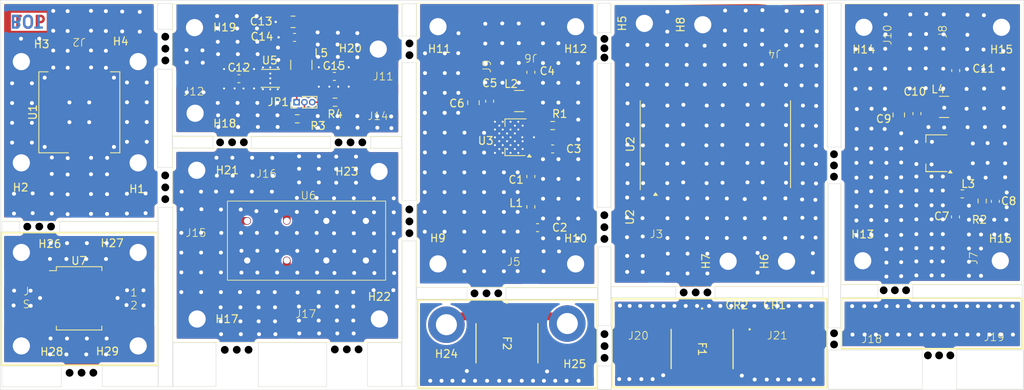
<source format=kicad_pcb>
(kicad_pcb (version 20241229) (generator "pcbnew") (generator_version "9.0")
  (layers (0 "F.Cu" signal) (2 "B.Cu" signal) (13 "F.Paste" user) (15 "B.Paste" user) (5 "F.SilkS" user "F.Silkscreen") (7 "B.SilkS" user "B.Silkscreen") (1 "F.Mask" user) (3 "B.Mask" user) (25 "Edge.Cuts" user))
  (net 0 "")
  (net 1 "GND")
  (net 2 "Net-(C1-Pad2)")
  (net 3 "Net-(C1-Pad1)")
  (net 4 "Net-(C3-Pad2)")
  (net 5 "Net-(C4-Pad1)")
  (net 6 "Net-(U4-RFIN)")
  (net 7 "Net-(C8-Pad2)")
  (net 8 "Net-(U4-RFOUT)")
  (net 9 "Net-(L3-Pad2)")
  (net 10 "Net-(J9-Pin_1)")
  (net 11 "Net-(J5-Pin_1)")
  (net 12 "Net-(J6-Pin_1)")
  (net 13 "Net-(J7-Pin_1)")
  (net 14 "Net-(J10-Pin_1)")
  (net 15 "Net-(J8-Pin_1)")
  (net 16 "Net-(J1-Pin_1)")
  (net 17 "Net-(J2-Pin_1)")
  (net 18 "Net-(J3-Pin_1)")
  (net 19 "Net-(J4-Pin_1)")
  (net 20 "Net-(J12-Pin_1)")
  (net 21 "Net-(U5-RF-IN)")
  (net 22 "Net-(J13-Pin_1)")
  (net 23 "Net-(U5-RF-OUT+Vdd)")
  (net 24 "Net-(J11-Pin_1)")
  (net 25 "Net-(J14-Pin_1)")
  (net 26 "Net-(JP1-A)")
  (net 27 "Net-(JP1-B)")
  (net 28 "Net-(JP1-C)")
  (net 29 "Net-(J15-Pin_1)")
  (net 30 "Net-(J16-Pin_1)")
  (net 31 "Net-(J17-Pin_1)")
  (net 32 "Net-(J20-Pin_1)")
  (net 33 "Net-(F2-Pad1)")
  (net 34 "Net-(J18-Pin_1)")
  (net 35 "Net-(J22-Pin_1)")
  (net 36 "Net-(J23-Pin_1)")
  (net 37 "Net-(J24-Pin_1)")
  (net 38 "Net-(J25-Pin_1)")
  (footprint "kikit:NPTH" (layer "F.Cu") (at 135.56 108.57 90)
    (property "Reference" "REF**" (hide yes))
    (property "Value" "NPTH" (hide yes))
  )
  (footprint "kikit:NPTH" (layer "F.Cu") (at 145.14 93.64)
    (property "Reference" "REF**" (hide yes))
    (property "Value" "NPTH" (hide yes))
  )
  (footprint "Capacitor_SMD:C_0603_1608Metric_Pad1.08x0.95mm_HandSolder" (layer "F.Cu") (at 215.26 91.5525 -90)
    (property "Reference" "C7")
    (property "Value" "C_Small" (hide yes))
  )
  (footprint "kikit:NPTH" (layer "F.Cu") (at 170.2 108.14)
    (property "Reference" "REF**" (hide yes))
    (property "Value" "NPTH" (hide yes))
  )
  (footprint "kikit:NPTH" (layer "F.Cu") (at 137.58 81.98 90)
    (property "Reference" "REF**" (hide yes))
    (property "Value" "NPTH" (hide yes))
  )
  (footprint "kikit:NPTH" (layer "F.Cu") (at 121.43 108.62 90)
    (property "Reference" "REF**" (hide yes))
    (property "Value" "NPTH" (hide yes))
  )
  (footprint "MountingHole:MountingHole_2.2mm_M2_DIN965_Pad" (layer "F.Cu") (at 141.24 85.72)
    (property "Reference" "H23")
    (property "Value" "MountingHole_Pad" (hide yes))
  )
  (footprint "SP3021:SOD882_LTF" (layer "F.Cu") (at 190.774577 104.431097 90)
    (property "Reference" "CR1")
    (property "Value" "SP3021-01ETG" (hide yes))
  )
  (footprint "Capacitor_SMD:C_0603_1608Metric_Pad1.08x0.95mm_HandSolder" (layer "F.Cu") (at 163.5325 82.82)
    (property "Reference" "C3")
    (property "Value" "C_Small" (hide yes))
  )
  (footprint "kikit:NPTH" (layer "F.Cu") (at 145.13 90.59)
    (property "Reference" "REF**" (hide yes))
    (property "Value" "NPTH" (hide yes))
  )
  (footprint "MountingHole:MountingHole_2.2mm_M2_DIN965_Pad" (layer "F.Cu") (at 95.31 108.117)
    (property "Reference" "H28")
    (property "Value" "MountingHole_Pad" (hide yes))
  )
  (footprint "PanelMountRF_DC:RF_SMA_Edge_PanelMount" (layer "F.Cu") (at 160.7425 67.39 180)
    (property "Reference" "J6")
    (property "Value" "RF_OUT")
  )
  (footprint "PanelMountRF_DC:RF_SMA_Edge_PanelMount" (layer "F.Cu") (at 160.7525 97.37)
    (property "Reference" "J5")
    (property "Value" "RF_IN")
  )
  (footprint "kikit:NPTH" (layer "F.Cu") (at 170.18 92.87)
    (property "Reference" "REF**" (hide yes))
    (property "Value" "NPTH" (hide yes))
  )
  (footprint "kikit:NPTH" (layer "F.Cu") (at 136.04 81.99 90)
    (property "Reference" "REF**" (hide yes))
    (property "Value" "NPTH" (hide yes))
  )
  (footprint "kikit:NPTH" (layer "F.Cu") (at 145.15 70.78)
    (property "Reference" "REF**" (hide yes))
    (property "Value" "NPTH" (hide yes))
  )
  (footprint "PanelMountRF_DC:RF_SMA_Edge_PanelMount" (layer "F.Cu") (at 207.94 68.185)
    (property "Reference" "J10")
    (property "Value" "+5V")
  )
  (footprint "Capacitor_SMD:C_0805_2012Metric_Pad1.18x1.45mm_HandSolder" (layer "F.Cu") (at 130.2 66.5 180)
    (property "Reference" "C13")
    (property "Value" "C_Small" (hide yes))
  )
  (footprint "Resistor_SMD:R_0603_1608Metric_Pad0.98x0.95mm_HandSolder" (layer "F.Cu") (at 135.59 76.82)
    (property "Reference" "R4")
    (property "Value" "R_Small" (hide yes))
  )
  (footprint "PanelMountRF_DC:RF_SMA_Edge_PanelMount" (layer "F.Cu") (at 215.29 67.76 180)
    (property "Reference" "J8")
    (property "Value" "RF_IN")
  )
  (footprint "MountingHole:MountingHole_2.2mm_M2_DIN965_Pad" (layer "F.Cu") (at 203.5 67.2 180)
    (property "Reference" "H14")
    (property "Value" "MountingHole_Pad" (hide yes))
  )
  (footprint "MountingHole:MountingHole_2.2mm_M2_DIN965_Pad" (layer "F.Cu") (at 166.48 67.12 180)
    (property "Reference" "H12")
    (property "Value" "MountingHole_Pad" (hide yes))
  )
  (footprint "PanelMountRF_DC:RF_SMA_Edge_PanelMount" (layer "F.Cu") (at 192.05 67.04 180)
    (property "Reference" "J4")
    (property "Value" "RF_OUT")
  )
  (footprint "kikit:NPTH" (layer "F.Cu") (at 213.16 109.33 -90)
    (property "Reference" "REF**" (hide yes))
    (property "Value" "NPTH" (hide yes))
  )
  (footprint "Resistor_SMD:R_0603_1608Metric_Pad0.98x0.95mm_HandSolder" (layer "F.Cu") (at 163.5325 79.82 180)
    (property "Reference" "R1")
    (property "Value" "R_Small" (hide yes))
  )
  (footprint "PanelMountRF_DC:RF_SMA_Edge_PanelMount" (layer "F.Cu") (at 140.84 73.51 90)
    (property "Reference" "J11")
    (property "Value" "RF_OUT")
  )
  (footprint "kikit:NPTH" (layer "F.Cu") (at 207.48 100.97 -90)
    (property "Reference" "REF**" (hide yes))
    (property "Value" "NPTH" (hide yes))
  )
  (footprint "Capacitor_SMD:C_0603_1608Metric_Pad1.08x0.95mm_HandSolder" (layer "F.Cu") (at 123.24 73.8)
    (property "Reference" "C12")
    (property "Value" "C_Small" (hide yes))
  )
  (footprint "Package_TO_SOT_SMD:SOT-89-3" (layer "F.Cu") (at 158.77 81.32 180)
    (property "Reference" "U3")
    (property "Value" "PHA-13LN")
  )
  (footprint "minickts_kicad:Mini-Circuits_GP731_LandPatternPL-176" (layer "F.Cu") (at 102.75 78.117 90)
    (property "Reference" "U1")
    (property "Value" "RBP263+/RBP188+")
  )
  (footprint "PanelMountRF_DC:RF_SMA_Edge_PanelMount" (layer "F.Cu") (at 204.265 104.966424 90)
    (property "Reference" "J18")
    (property "Value" "RF_IN")
  )
  (footprint "Package_TO_SOT_SMD:SOT-89-3_Handsoldering" (layer "F.Cu") (at 212.82 83.37 180)
    (property "Reference" "U4" (hide yes))
    (property "Value" "~")
  )
  (footprint "kikit:NPTH" (layer "F.Cu") (at 97.61 92.79 90)
    (property "Reference" "REF**" (hide yes))
    (property "Value" "NPTH" (hide yes))
  )
  (footprint "MountingHole:MountingHole_2.2mm_M2_DIN965_Pad" (layer "F.Cu") (at 110.31 96.117)
    (property "Reference" "H27")
    (property "Value" "MountingHole_Pad" (hide yes))
  )
  (footprint "PanelMountRF_DC:RF_SMA_Edge_PanelMount" (layer "F.Cu") (at 102.73 88.897)
    (property "Reference" "J1" (hide yes))
    (property "Value" "RF_IN")
  )
  (footprint "PanelMountRF_DC:RF_SMA_Edge_PanelMount" (layer "F.Cu") (at 140.13 66.5 -90)
    (property "Reference" "J13" (hide yes))
    (property "Value" "+5V")
  )
  (footprint "kikit:NPTH" (layer "F.Cu") (at 99.12 92.79 90)
    (property "Reference" "REF**" (hide yes))
    (property "Value" "NPTH" (hide yes))
  )
  (footprint "kikit:NPTH" (layer "F.Cu") (at 124.48 108.61 90)
    (property "Reference" "REF**" (hide yes))
    (property "Value" "NPTH" (hide yes))
  )
  (footprint "SP3031:SOD882_LTF-L" (layer "F.Cu") (at 188.824577 104.431097 90)
    (property "Reference" "CR2")
    (property "Value" "SP3031-01ETG")
  )
  (footprint "kikit:NPTH" (layer "F.Cu") (at 181.9 101.25 90)
    (property "Reference" "REF**" (hide yes))
    (property "Value" "NPTH" (hide yes))
  )
  (footprint "kikit:NPTH" (layer "F.Cu") (at 180.36 101.26 90)
    (property "Reference" "REF**" (hide yes))
    (property "Value" "NPTH" (hide yes))
  )
  (footprint "Capacitor_SMD:C_0603_1608Metric_Pad1.08x0.95mm_HandSolder" (layer "F.Cu") (at 130.39 68.5 180)
    (property "Reference" "C14")
    (property "Value" "C_Small" (hide yes))
  )
  (footprint "PanelMountRF_DC:RF_SMA_Edge_PanelMount" (layer "F.Cu") (at 195.324577 104.931097 90)
    (property "Reference" "J21")
    (property "Value" "OUTP")
  )
  (footprint "Inductor_SMD:L_1210_3225Metric_Pad1.42x2.65mm_HandSolder" (layer "F.Cu") (at 213.8 77.4225)
    (property "Reference" "L4")
    (property "Value" "L_Small" (hide yes))
  )
  (footprint "kikit:NPTH" (layer "F.Cu") (at 208.92 100.97 -90)
    (property "Reference" "REF**" (hide yes))
    (property "Value" "NPTH" (hide yes))
  )
  (footprint "kikit:NPTH" (layer "F.Cu") (at 139.09 81.98 90)
    (property "Reference" "REF**" (hide yes))
    (property "Value" "NPTH" (hide yes))
  )
  (footprint "kikit:NPTH" (layer "F.Cu") (at 199.66 86.38 180)
    (property "Reference" "REF**" (hide yes))
    (property "Value" "NPTH" (hide yes))
  )
  (footprint "PanelMountRF_DC:RF_SMA_Edge_PanelMount" (layer "F.Cu") (at 176.8 97.18)
    (property "Reference" "J3")
    (property "Value" "RF_IN")
  )
  (footprint "kikit:NPTH" (layer "F.Cu") (at 156.55 101.36 90)
    (property "Reference" "REF**" (hide yes))
    (property "Value" "NPTH" (hide yes))
  )
  (footprint "kikit:NPTH" (layer "F.Cu") (at 170.18 71.09 180)
    (property "Reference" "REF**" (hide yes))
    (property "Value" "NPTH" (hide yes))
  )
  (footprint "Capacitor_SMD:C_0603_1608Metric_Pad1.08x0.95mm_HandSolder" (layer "F.Cu") (at 210.31 78.2825 -90)
    (property "Reference" "C10")
    (property "Value" "C_Small" (hide yes))
  )
  (footprint "kikit:NPTH" (layer "F.Cu") (at 170.2 109.65)
    (property "Reference" "REF**" (hide yes))
    (property "Value" "NPTH" (hide yes))
  )
  (footprint "PanelMountRF_DC:RF_SMA_Edge_PanelMount" (layer "F.Cu") (at 95.91 99.467 -90)
    (property "Reference" "J")
    (property "Value" "PORT_J" (hide yes))
  )
  (footprint "kikit:NPTH" (layer "F.Cu") (at 137.1 108.56 90)
    (property "Reference" "REF**" (hide yes))
    (property "Value" "NPTH" (hide yes))
  )
  (footprint "MountingHole:MountingHole_2.2mm_M2_DIN965_Pad" (layer "F.Cu") (at 117.88 104.66)
    (property "Reference" "H17")
    (property "Value" "MountingHole_Pad" (hide yes))
  )
  (footprint "MountingHole:MountingHole_2.2mm_M2_DIN965_Pad" (layer "F.Cu") (at 203.35 97.18 180)
    (property "Reference" "H13")
    (property "Value" "MountingHole_Pad" (hide yes))
  )
  (footprint "Inductor_SMD:L_1210_3225Metric_Pad1.42x2.65mm_HandSolder" (layer "F.Cu") (at 131.26 72.02 -90)
    (property "Reference" "L5")
    (property "Value" "L_Small" (hide yes))
  )
  (footprint "kikit:NPTH" (layer "F.Cu") (at 199.66 83.5 180)
    (property "Reference" "REF**" (hide yes))
    (property "Value" "NPTH" (hide yes))
  )
  (footprint "footprints:FUSE_2029-09-SM-RPLF_BRN" (layer "F.Cu") (at 157.664577 107.770497 -90)
    (property "Reference" "F2")
    (property "Value" "2029-09-SM-RPLF")
  )
  (footprint "MountingHole:MountingHole_2.2mm_M2_DIN965_Pad" (layer "F.Cu") (at 175.31 66.7 90)
    (property "Reference" "H5")
    (property "Value" "MountingHole_Pad" (hide yes))
  )
  (footprint "Capacitor_SMD:C_0603_1608Metric_Pad1.08x0.95mm_HandSolder" (layer "F.Cu") (at 215.29 72.7625 -90)
    (property "Reference" "C11")
    (property "Value" "C_Small" (hide yes))
  )
  (footprint "kikit:NPTH" (layer "F.Cu") (at 101.5 111.57 90)
    (property "Reference" "REF**" (hide yes))
    (property "Value" "NPTH" (hide yes))
  )
  (footprint "Capacitor_SMD:C_0805_2012Metric_Pad1.18x1.45mm_HandSolder" (layer "F.Cu") (at 153.3625 76.8825 -90)
    (property "Reference" "C6")
    (property "Value" "C_Small" (hide yes))
  )
  (footprint "kikit:NPTH" (layer "F.Cu") (at 170.18 94.38)
    (property "Reference" "REF**" (hide yes))
    (property "Value" "NPTH" (hide yes))
  )
  (footprint "MountingHole:MountingHole_2.2mm_M2_DIN965_Pad" (layer "F.Cu") (at 221.17 67.2 180)
    (property "Reference" "H15")
    (property "Value" "MountingHole_Pad" (hide yes))
  )
  (footprint "PanelMountRF_DC:RF_SMA_Edge_PanelMount" (layer "F.Cu") (at 117.68 91.96 90)
    (property "Reference" "J15")
    (property "Value" "RF_IN")
  )
  (footprint "kikit:NPTH" (layer "F.Cu") (at 170.18 68.69 180)
    (property "Reference" "REF**" (hide yes))
    (property "Value" "NPTH" (hide yes))
  )
  (footprint "kikit:NPTH" (layer "F.Cu") (at 145.15 69.27)
    (property "Reference" "REF**" (hide yes))
    (property "Value" "NPTH" (hide yes))
  )
  (footprint "kikit:NPTH" (layer "F.Cu") (at 113.79 87.76)
    (property "Reference" "REF**" (hide yes))
    (property "Value" "NPTH" (hide yes))
  )
  (footprint "kikit:NPTH" (layer "F.Cu") (at 113.8 69.95)
    (property "Reference" "REF**" (hide yes))
    (property "Value" "NPTH" (hide yes))
  )
  (footprint "Resistor_SMD:R_0603_1608Metric_Pad0.98x0.95mm_HandSolder" (layer "F.Cu") (at 218.69 89.5025 90)
    (property "Reference" "R2")
    (property "Value" "R_Small" (hide yes))
  )
  (footprint "kikit:NPTH" (layer "F.Cu") (at 113.78 86.22)
    (property "Reference" "REF**" (hide yes))
    (property "Value" "NPTH" (hide yes))
  )
  (footprint "kikit:NPTH" (layer "F.Cu") (at 170.17 91.33)
    (property "Reference" "REF**" (hide yes))
    (property "Value" "NPTH" (hide yes))
  )
  (footprint "PanelMountRF_DC:RF_SMA_Edge_PanelMount" (layer "F.Cu") (at 129.41 104.85)
    (property "Reference" "J17")
    (property "Value" "OUTP")
  )
  (footprint "kikit:NPTH" (layer "F.Cu") (at 199.66 84.94 180)
    (property "Reference" "REF**" (hide yes))
    (property "Value" "NPTH" (hide yes))
  )
  (footprint "Capacitor_SMD:C_0603_1608Metric_Pad1.08x0.95mm_HandSolder" (layer "F.Cu") (at 160.7325 72.98 90)
    (property "Reference" "C4")
    (property "Value" "C_Small" (hide yes))
  )
  (footprint "kikit:NPTH" (layer "F.Cu") (at 170.19 106.6)
    (property "Reference" "REF**" (hide yes))
    (property "Value" "NPTH" (hide yes))
  )
  (footprint "kikit:NPTH" (layer "F.Cu") (at 113.79 89.27)
    (property "Reference" "REF**" (hide yes))
    (property "Value" "NPTH" (hide yes))
  )
  (footprint "kikit:NPTH" (layer "F.Cu") (at 199.67 107.93)
    (property "Reference" "REF**" (hide yes))
    (property "Value" "NPTH" (hide yes))
  )
  (footprint "kikit:NPTH" (layer "F.Cu") (at 199.67 106.49)
    (property "Reference" "REF**" (hide yes))
    (property "Value" "NPTH" (hide yes))
  )
  (footprint "kikit:NPTH" (layer "F.Cu") (at 214.6 109.33 -90)
    (property "Reference" "REF**" (hide yes))
    (property "Value" "NPTH" (hide yes))
  )
  (footprint "MountingHole:MountingHole_2.2mm_M2_DIN965_Pad" (layer "F.Cu") (at 117.83 85.56)
    (property "Reference" "H21")
    (property "Value" "MountingHole_Pad" (hide yes))
  )
  (footprint "Inductor_SMD:L_0603_1608Metric_Pad1.05x0.95mm_HandSolder" (layer "F.Cu") (at 160.7325 90.26 90)
    (property "Reference" "L1")
    (property "Value" "L_Small" (hide yes))
  )
  (footprint "Capacitor_SMD:C_0603_1608Metric_Pad1.08x0.95mm_HandSolder" (layer "F.Cu") (at 160.7325 86.36 90)
    (property "Reference" "C1")
    (property "Value" "C_Small" (hide yes))
  )
  (footprint "MountingHole:MountingHole_2.2mm_M2_DIN965_Pad" (layer "F.Cu") (at 95.31 96.117)
    (property "Reference" "H26")
    (property "Value" "MountingHole_Pad" (hide yes))
  )
  (footprint "PanelMountRF_DC:RF_SMA_Edge_PanelMount" (layer "F.Cu") (at 102.73 67.347 180)
    (property "Reference" "J2")
    (property "Value" "RF_OUT")
  )
  (footprint "kikit:NPTH" (layer "F.Cu") (at 113.79 68.41)
    (property "Reference" "REF**" (hide yes))
    (property "Value" "NPTH" (hide yes))
  )
  (footprint "MountingHole:MountingHole_2.2mm_M2_DIN965_Pad" (layer "F.Cu") (at 141.28 104.65)
    (property "Reference" "H22")
    (property "Value" "MountingHole_Pad" (hide yes))
  )
  (footprint "Connector_PinHeader_1.00mm:PinHeader_1x03_P1.00mm_Vertical" (layer "F.Cu") (at 130.66 76.82 90)
    (property "Reference" "JP1")
    (property "Value" "Jumper_3_Bridged12" (hide yes))
  )
  (footprint "MountingHole:MountingHole_2.7mm_M2.5_DIN965_Pad_TopBottom" (layer "F.Cu") (at 149.889577 105.391097)
    (property "Reference" "H24")
    (property "Value" "MountingHole_Pad" (hide yes))
  )
  (footprint "MountingHole:MountingHole_2.2mm_M2_DIN965_Pad" (layer "F.Cu") (at 110.31 108.117)
    (property "Reference" "H29")
    (property "Value" "MountingHole_Pad" (hide yes))
  )
  (footprint "Resistor_SMD:R_0603_1608Metric_Pad0.98x0.95mm_HandSolder" (layer "F.Cu") (at 130.74 78.95 180)
    (property "Reference" "R3")
    (property "Value" "R_Small" (hide yes))
  )
  (footprint "RF_Mini-Circuits:Mini-Circuits_HF1139" (layer "F.Cu") (at 184.43 82.2205 90)
    (property "Reference" "U2")
    (property "Value" "~")
  )
  (footprint "kikit:NPTH" (layer "F.Cu") (at 104.55 111.56 90)
    (property "Reference" "REF**" (hide yes))
    (property "Value" "NPTH" (hide yes))
  )
  (footprint "MountingHole:MountingHole_2.2mm_M2_DIN965_Pad" (layer "F.Cu") (at 186.07 97.25 90)
    (property "Reference" "H7")
    (property "Value" "MountingHole_Pad" (hide yes))
  )
  (footprint "kikit:NPTH" (layer "F.Cu") (at 206.04 100.97 -90)
    (property "Reference" "REF**" (hide yes))
    (property "Value" "NPTH" (hide yes))
  )
  (footprint "kikit:NPTH" (layer "F.Cu") (at 153.5 101.37 90)
    (property "Reference" "REF**" (hide yes))
    (property "Value" "NPTH" (hide yes))
  )
  (footprint "PanelMountRF_DC:RF_SMA_Edge_PanelMount" (layer "F.Cu") (at 117.94 73.81 90)
    (property "Reference" "J12")
    (property "Value" "RF_IN")
  )
  (footprint "PanelMountRF_DC:RF_SMA_Edge_PanelMount" (layer "F.Cu") (at 220.14 104.91 90)
    (property "Reference" "J19")
    (property "Value" "OUTP")
  )
  (footprint "footprints:FUSE_2029-09-SM-RPLF_BRN" (layer "F.Cu") (at 182.724577 108.515497 -90)
    (property "Reference" "F1")
    (property "Value" "2029-09-SM-RPLF")
  )
  (footprint "MountingHole:MountingHole_2.2mm_M2_DIN965_Pad" (layer "F.Cu") (at 166.48 97.58 180)
    (property "Reference" "H10")
    (property "Value" "MountingHole_Pad" (hide yes))
  )
  (footprint "minickts_kicad:Mini-Circuits_CD636_H4.11mm" (layer "F.Cu") (at 102.72 102.007)
    (property "Reference" "U7")
    (property "Value" "~")
  )
  (footprint "PanelMountRF_DC:RF_SMA_Edge_PanelMount" (layer "F.Cu") (at 109.56 104.517 90)
    (property "Reference" "2")
    (property "Value" "PORT_2" (hide yes))
  )
  (footprint "Capacitor_SMD:C_0805_2012Metric_Pad1.18x1.45mm_HandSolder" (layer "F.Cu") (at 207.98 78.4525 -90)
    (property "Reference" "C9")
    (property "Value" "C_Small" (hide yes))
  )
  (footprint "kikit:NPTH" (layer "F.Cu") (at 155.04 101.36 90)
    (property "Reference" "REF**" (hide yes))
    (property "Value" "NPTH" (hide yes))
  )
  (footprint "PanelMountRF_DC:RF_SMA_Edge_PanelMount" (layer "F.Cu") (at 95.91 104.567 -90)
    (property "Reference" "S")
    (property "Value" "PORT_S" (hide yes))
  )
  (footprint "kikit:NPTH" (layer "F.Cu") (at 96.07 92.8 90)
    (property "Reference" "REF**" (hide yes))
    (property "Value" "NPTH" (hide yes))
  )
  (footprint "PanelMountRF_DC:RF_SMA_Edge_PanelMount" (layer "F.Cu") (at 140.84 76.82 90)
    (property "Reference" "J14")
    (property "Value" "VSHUT")
  )
  (footprint "Capacitor_SMD:C_0603_1608Metric_Pad1.08x0.95mm_HandSolder" (layer "F.Cu") (at 135.51 73.51)
    (property "Reference" "C15")
    (property "Value" "C_Small" (hide yes))
  )
  (footprint "PanelMountRF_DC:RF_SMA_Edge_PanelMount" (layer "F.Cu") (at 109.66 99.467 90)
    (property "Reference" "1")
    (property "Value" "PORT_1" (hide yes))
  )
  (footprint "kikit:NPTH" (layer "F.Cu") (at 120.83 81.98 90)
    (property "Reference" "REF**" (hide yes))
    (property "Value" "NPTH" (hide yes))
  )
  (footprint "kikit:NPTH" (layer "F.Cu") (at 113.8 71.46)
    (property "Reference" "REF**" (hide yes))
    (property "Value" "NPTH" (hide yes))
  )
  (footprint "kikit:NPTH" (layer "F.Cu") (at 123.88 81.97 90)
    (property "Reference" "REF**" (hide yes))
    (property "Value" "NPTH" (hide yes))
  )
  (footprint "MountingHole:MountingHole_2.2mm_M2_DIN965_Pad" (layer "F.Cu") (at 95.305 71.607 90)
    (property "Reference" "H3")
    (property "Value" "MountingHole_Pad" (hide yes))
  )
  (footprint "MountingHole:MountingHole_2.2mm_M2_DIN965_Pad" (layer "F.Cu") (at 221.02 97.18 180)
    (property "Reference" "H16")
    (property "Value" "MountingHole_Pad" (hide yes))
  )
  (footprint "Capacitor_SMD:C_0603_1608Metric_Pad1.08x0.95mm_HandSolder" (layer "F.Cu") (at 220.38 89.5525 -90)
    (property "Reference" "C8")
    (property "Value" "C_Small" (hide yes))
  )
  (footprint "kikit:NPTH" (layer "F.Cu") (at 170.18 69.89 180)
    (property "Reference" "REF**" (hide yes))
    (property "Value" "NPTH" (hide yes))
  )
  (footprint "MountingHole:MountingHole_2.2mm_M2_DIN965_Pad" (layer "F.Cu") (at 193.57 97.25 90)
    (property "Reference" "H6")
    (property "Value" "MountingHole_Pad" (hide yes))
  )
  (footprint "MountingHole:MountingHole_2.2mm_M2_DIN965_Pad" (layer "F.Cu") (at 110.305 84.607 90)
    (property "Reference" "H1")
    (property "Value" "MountingHole_Pad" (hide yes))
  )
  (footprint "PanelMountRF_DC:RF_SMA_Edge_PanelMount" (layer "F.Cu") (at 131.1 85.49)
    (property "Reference" "J16")
    (property "Value" "CPL")
  )
  (footprint "MountingHole:MountingHole_2.7mm_M2.5_DIN965_Pad_TopBottom" (layer "F.Cu") (at 165.414577 105.241097)
    (property "Reference" "H25")
    (property "Value" "MountingHole_Pad" (hide yes))
  )
  (footprint "MountingHole:MountingHole_2.2mm_M2_DIN965_Pad" (layer "F.Cu") (at 95.305 84.607 90)
    (property "Reference" "H2")
    (property "Value" "MountingHole_Pad" (hide yes))
  )
  (footprint "MountingHole:MountingHole_2.2mm_M2_DIN965_Pad" (layer "F.Cu") (at 110.305 71.607 90)
    (property "Reference" "H4")
    (property "Value" "MountingHole_Pad" (hide yes))
  )
  (footprint "PanelMountRF_DC:RF_SMA_Edge_PanelMount" (layer "F.Cu") (at 215.28 95.185 180)
    (property "Reference" "J7")
    (property "Value" "RF_IN")
  )
  (footprint "Inductor_SMD:L_1210_3225Metric_Pad1.42x2.65mm_HandSolder" (layer "F.Cu") (at 159.2325 76.67)
    (property "Reference" "L2")
    (property "Value" "L_Small" (hide yes))
  )
  (footprint "MountingHole:MountingHole_2.2mm_M2_DIN965_Pad" (layer "F.Cu") (at 148.81 67.12 180)
    (property "Reference" "H11")
    (property "Value" "MountingHole_Pad" (hide yes))
  )
  (footprint "MountingHole:MountingHole_2.2mm_M2_DIN965_Pad" (layer "F.Cu") (at 148.81 97.58 180)
    (property "Reference" "H9")
    (property "Value" "MountingHole_Pad" (hide yes))
  )
  (footprint "PanelMountRF_DC:RF_SMA_Edge_PanelMount" (layer "F.Cu") (at 174.674577 105.031097 -90)
    (property "Reference" "J20")
    (property "Value" "RF_IN")
  )
  (footprint "MountingHole:MountingHole_2.2mm_M2_DIN965_Pad" (layer "F.Cu") (at 117.62 78.24)
    (property "Reference" "H18")
    (property "Value" "MountingHole_Pad" (hide yes))
  )
  (footprint "MountingHole:MountingHole_2.2mm_M2_DIN965_Pad" (layer "F.Cu") (at 117.54 67.24)
    (property "Reference" "H19")
    (property "Value" "MountingHole_Pad" (hide yes))
  )
  (footprint "kikit:NPTH" (layer "F.Cu") (at 103.04 111.56 90)
    (property "Reference" "REF**" (hide yes))
    (property "Value" "NPTH" (hide yes))
  )
  (footprint "minickts_kicad:Mini-Circuits_A01" (layer "F.Cu") (at 131.93 94.6)
    (property "Reference" "U6")
    (property "Value" "PDC-15-6+")
  )
  (footprint "MountingHole:MountingHole_2.2mm_M2_DIN965_Pad" (layer "F.Cu") (at 141.14 70)
    (property "Reference" "H20")
    (property "Value" "MountingHole_Pad" (hide yes))
  )
  (footprint "kikit:NPTH" (layer "F.Cu") (at 183.41 101.25 90)
    (property "Reference" "REF**" (hide yes))
    (property "Value" "NPTH" (hide yes))
  )
  (footprint "Inductor_SMD:L_0603_1608Metric_Pad1.05x0.95mm_HandSolder" (layer "F.Cu") (at 216.14 88.5925)
    (property "Reference" "L3")
    (property "Value" "L_Small" (hide yes))
  )
  (footprint "minickts_kicad:QFN-8_EP_2x2_Pitch0.5mm" (layer "F.Cu") (at 127.27625 73.755)
    (property "Reference" "U5")
    (property "Value" "~")
  )
  (footprint "kikit:NPTH" (layer "F.Cu") (at 138.61 108.56 90)
    (property "Reference" "REF**" (hide yes))
    (property "Value" "NPTH" (hide yes))
  )
  (footprint "PanelMountRF_DC:RF_SMA_Edge_PanelMount" (layer "F.Cu") (at 153.3025 72.15 180)
    (property "Reference" "J9")
    (property "Value" "+5V")
  )
  (footprint "kikit:NPTH" (layer "F.Cu") (at 122.97 108.61 90)
    (property "Reference" "REF**" (hide yes))
    (property "Value" "NPTH" (hide yes))
  )
  (footprint "kikit:NPTH" (layer "F.Cu") (at 145.14 92.13)
    (property "Reference" "REF**" (hide yes))
    (property "Value" "NPTH" (hide yes))
  )
  (footprint "Capacitor_SMD:C_0603_1608Metric_Pad1.08x0.95mm_HandSolder" (layer "F.Cu") (at 161.5925 92.93 180)
    (property "Reference" "C2")
    (property "Value" "C_Small" (hide yes))
  )
  (footprint "Capacitor_SMD:C_0603_1608Metric_Pad1.08x0.95mm_HandSolder" (layer "F.Cu") (at 155.4425 76.6925 -90)
    (property "Reference" "C5")
    (property "Value" "C_Small" (hide yes))
  )
  (footprint "kikit:NPTH" (layer "F.Cu") (at 211.72 109.33 -90)
    (property "Reference" "REF**" (hide yes))
    (property "Value" "NPTH" (hide yes))
  )
  (footprint "kikit:NPTH" (layer "F.Cu") (at 122.37 81.97 90)
    (property "Reference" "REF**" (hide yes))
    (property "Value" "NPTH" (hide yes))
  )
  (footprint "MountingHole:MountingHole_2.2mm_M2_DIN965_Pad" (layer "F.Cu") (at 182.81 66.87 90)
    (property "Reference" "H8")
    (property "Value" "MountingHole_Pad" (hide yes))
  )
  (gr_rect (start 146.204577 102.201097) (end 169.264577 113.541097) (stroke (width 0.2)) (fill no) (layer "F.SilkS"))
  (gr_rect (start 114.7 64.24) (end 144.14 81.24) (stroke (width 0.05)) (fill no) (layer "F.SilkS"))
  (gr_rect (start 171.04 64.2) (end 198.81 100.491) (stroke (width 0.05)) (fill no) (layer "F.SilkS"))
  (gr_rect (start 200.6 64.2) (end 223.77 100.18) (stroke (width 0.05)) (fill no) (layer "F.SilkS"))
  (gr_rect (start 114.73 82.72) (end 144.18 107.65) (stroke (width 0.05)) (fill no) (layer "F.SilkS"))
  (gr_rect (start 92.755 93.567) (end 112.815 110.587) (stroke (width 0.2)) (fill no) (layer "F.SilkS"))
  (gr_rect (start 171.134577 102.041097) (end 198.779577 113.456097) (stroke (width 0.2)) (fill no) (layer "F.SilkS"))
  (gr_rect (start 146.06 64.12) (end 169.23 100.58) (stroke (width 0.05)) (fill no) (layer "F.SilkS"))
  (gr_rect (start 200.624505 101.994673) (end 223.794505 108.474673) (stroke (width 0.2)) (fill no) (layer "F.SilkS"))
  (gr_rect (start 92.805 64.107) (end 112.805 92.107) (stroke (width 0.05)) (fill no) (layer "F.SilkS"))
  (gr_rect (start 112.8 64.15) (end 114.725 67.45) (stroke (width 0.05)) (fill no) (layer "Edge.Cuts"))
  (gr_rect (start 92.81 110.7) (end 100.45 113.37) (stroke (width 0.05)) (fill no) (layer "Edge.Cuts"))
  (gr_rect (start 144.1875 94.64) (end 145.9925 113.32) (stroke (width 0.05)) (fill no) (layer "Edge.Cuts"))
  (gr_rect (start 146.08 100.5975) (end 152.54 102.1225) (stroke (width 0.05)) (fill no) (layer "Edge.Cuts"))
  (gr_rect (start 144.205 71.74) (end 146.01 89.44) (stroke (width 0.05)) (fill no) (layer "Edge.Cuts"))
  (gr_rect (start 100.23 92.14) (end 112.86 93.5) (stroke (width 0.05)) (fill no) (layer "Edge.Cuts"))
  (gr_rect (start 200.53 100.2475) (end 205.31 101.9425) (stroke (width 0.05)) (fill no) (layer "Edge.Cuts"))
  (gr_rect (start 112.8175 72.58) (end 114.7025 85.2) (stroke (width 0.05)) (fill no) (layer "Edge.Cuts"))
  (gr_rect (start 169.2725 71.83) (end 171.0075 90.32) (stroke (width 0.05)) (fill no) (layer "Edge.Cuts"))
  (gr_rect (start 139.755 107.69) (end 144.13 113.32) (stroke (width 0.05)) (fill no) (layer "Edge.Cuts"))
  (gr_rect (start 198.945 87.29) (end 200.51 105.81) (stroke (width 0.05)) (fill no) (layer "Edge.Cuts"))
  (gr_rect (start 169.2725 64.12) (end 170.97875 67.91) (stroke (width 0.05)) (fill no) (layer "Edge.Cuts"))
  (gr_rect (start 125.72 107.69) (end 134.51 113.35) (stroke (width 0.05)) (fill no) (layer "Edge.Cuts"))
  (gr_rect (start 184.39 100.4875) (end 198.24 101.9325) (stroke (width 0.05)) (fill no) (layer "Edge.Cuts"))
  (gr_rect (start 124.83 81.19) (end 135.01 82.73) (stroke (width 0.05)) (fill no) (layer "Edge.Cuts"))
  (gr_rect (start 112.875 90.34) (end 114.76 113.33) (stroke (width 0.05)) (fill no) (layer "Edge.Cuts"))
  (gr_rect (start 92.81 92.13) (end 95.08 93.49) (stroke (width 0.05)) (fill no) (layer "Edge.Cuts"))
  (gr_rect (start 157.53 100.6475) (end 169.28 102.1225) (stroke (width 0.05)) (fill no) (layer "Edge.Cuts"))
  (gr_rect (start 209.77 100.2625) (end 223.84 101.9575) (stroke (width 0.05)) (fill no) (layer "Edge.Cuts"))
  (gr_rect (start 114.78 107.69) (end 120.305 113.32) (stroke (width 0.05)) (fill no) (layer "Edge.Cuts"))
  (gr_rect (start 169.3725 95.38) (end 171.0075 105.53) (stroke (width 0.05)) (fill no) (layer "Edge.Cuts"))
  (gr_rect (start 114.74 81.16) (end 119.92 82.7) (stroke (width 0.05)) (fill no) (layer "Edge.Cuts"))
  (gr_rect (start 92.59 63.72) (end 224.05 113.75) (stroke (width 0.05)) (fill no) (layer "Edge.Cuts"))
  (gr_rect (start 140.17 81.19) (end 144.11 82.73) (stroke (width 0.05)) (fill no) (layer "Edge.Cuts"))
  (gr_rect (start 198.835 64.09) (end 200.57 82.58) (stroke (width 0.05)) (fill no) (layer "Edge.Cuts"))
  (gr_rect (start 144.205 64.17) (end 146.02 68.32) (stroke (width 0.05)) (fill no) (layer "Edge.Cuts"))
  (gr_rect (start 198.93 108.645) (end 210.985 113.665) (stroke (width 0.05)) (fill no) (layer "Edge.Cuts"))
  (gr_rect (start 169.32 110.69) (end 171.055 113.69) (stroke (width 0.05)) (fill no) (layer "Edge.Cuts"))
  (gr_rect (start 215.41 108.645) (end 223.955 113.665) (stroke (width 0.05)) (fill no) (layer "Edge.Cuts"))
  (gr_rect (start 105.68 110.7) (end 112.86 113.33) (stroke (width 0.05)) (fill no) (layer "Edge.Cuts"))
  (gr_rect (start 171.08 100.4975) (end 179.35 101.9425) (stroke (width 0.05)) (fill no) (layer "Edge.Cuts"))
  (gr_text "TOP" (at 94.035 67.442 0) (layer "F.Cu") (effects (font (size 1.5 1.5) (thickness 0.3) (bold yes)) (justify left bottom)))
  (gr_text "BOT" (at 93.68 65.537 180) (layer "B.Cu") (effects (font (size 1.5 1.5) (thickness 0.3) (bold yes)) (justify left bottom mirror)))
  (gr_text "U2" (at 173.458 91.5705 90) (layer "F.SilkS") (effects (font (size 1 1))))
  (segment (start 182.724577 111.969897) (end 187.785777 111.969897) (width 1) (layer "F.Cu") (net 1))
  (segment (start 97.75 102.007) (end 97.71 101.967) (width 0.2) (layer "F.Cu") (net 1))
  (segment (start 97.77 102.007) (end 97.76 102.017) (width 0.2) (layer "F.Cu") (net 1))
  (segment (start 105.26 102.007) (end 107.62 102.007) (width 1) (layer "F.Cu") (net 1))
  (segment (start 127.98 66.5) (end 127.97 66.51) (width 0.2) (layer "F.Cu") (net 1))
  (segment (start 128.19 78.5) (end 129.3775 78.5) (width 0.2) (layer "F.Cu") (net 1))
  (segment (start 141.12 80.1) (end 141.22 80.2) (width 0.2) (layer "F.Cu") (net 1))
  (segment (start 107.7 102.007) (end 107.71 102.017) (width 0.2) (layer "F.Cu") (net 1))
  (segment (start 157.664577 112.241097) (end 158.014577 112.591097) (width 0.2) (layer "F.Cu") (net 1))
  (segment (start 128.35 68.5) (end 128.34 68.49) (width 0.2) (layer "F.Cu") (net 1))
  (segment (start 128.22 80) (end 128.32 80) (width 0.2) (layer "F.Cu") (net 1))
  (segment (start 129.5275 68.5) (end 128.35 68.5) (width 0.2) (layer "F.Cu") (net 1))
  (segment (start 141.02 80.1) (end 141.12 80.1) (width 0.2) (layer "F.Cu") (net 1))
  (segment (start 157.664577 111.224897) (end 157.664577 112.241097) (width 1) (layer "F.Cu") (net 1))
  (segment (start 100.18 102.007) (end 97.75 102.007) (width 1) (layer "F.Cu") (net 1))
  (segment (start 129.3775 78.5) (end 129.8275 78.95) (width 0.2) (layer "F.Cu") (net 1))
  (segment (start 107.62 102.007) (end 107.66 101.967) (width 0.2) (layer "F.Cu") (net 1))
  (segment (start 187.785777 111.969897) (end 187.824577 111.931097) (width 0.2) (layer "F.Cu") (net 1))
  (segment (start 128.32 80) (end 128.42 80.1) (width 0.2) (layer "F.Cu") (net 1))
  (segment (start 129.1625 66.5) (end 127.98 66.5) (width 0.2) (layer "F.Cu") (net 1))
  (via (at 108.86 88.577) (size 0.6096) (drill 0.508) (layers "F.Cu" "B.Cu") (net 1))
  (via (at 216.99 86.51) (size 0.6096) (drill 0.508) (layers "F.Cu" "B.Cu") (net 1))
  (via (at 173.08 91.62) (size 0.6096) (drill 0.508) (layers "F.Cu" "B.Cu") (net 1))
  (via (at 156.68 82.83) (size 0.3048) (drill 0.254) (layers "F.Cu" "B.Cu") (net 1))
  (via (at 162.28 66.72) (size 0.6096) (drill 0.508) (layers "F.Cu" "B.Cu") (net 1))
  (via (at 143.13 90.96) (size 0.6096) (drill 0.508) (layers "F.Cu" "B.Cu") (net 1))
  (via (at 192.424577 102.981097) (size 0.6096) (drill 0.508) (layers "F.Cu" "B.Cu") (net 1))
  (via (at 125.65 78.5) (size 0.6096) (drill 0.508) (layers "F.Cu" "B.Cu") (net 1))
  (via (at 218.94 75.07) (size 0.6096) (drill 0.508) (layers "F.Cu" "B.Cu") (net 1))
  (via (at 185.074577 102.981097) (size 0.6096) (drill 0.508) (layers "F.Cu" "B.Cu") (net 1))
  (via (at 211.46 69.91) (size 0.6096) (drill 0.508) (layers "F.Cu" "B.Cu") (net 1))
  (via (at 159.18 66.71) (size 0.6096) (drill 0.508) (layers "F.Cu" "B.Cu") (net 1))
  (via (at 216.69 77.66) (size 0.6096) (drill 0.508) (layers "F.Cu" "B.Cu") (net 1))
  (via (at 195.67 77.25) (size 0.6096) (drill 0.508) (layers "F.Cu" "B.Cu") (net 1))
  (via (at 133.4 80.1) (size 0.6096) (drill 0.508) (layers "F.Cu" "B.Cu") (net 1))
  (via (at 213.82 77.53) (size 0.6096) (drill 0.508) (layers "F.Cu" "B.Cu") (net 1))
  (via (at 197.4 74.66) (size 0.6096) (drill 0.508) (layers "F.Cu" "B.Cu") (net 1))
  (via (at 173.1 89.06) (size 0.6096) (drill 0.508) (layers "F.Cu" "B.Cu") (net 1))
  (via (at 154.73 98.53) (size 0.6096) (drill 0.508) (layers "F.Cu" "B.Cu") (net 1))
  (via (at 178.32 96.27) (size 0.6096) (drill 0.508) (layers "F.Cu" "B.Cu") (net 1))
  (via (at 193.5 87.16) (size 0.6096) (drill 0.508) (layers "F.Cu" "B.Cu") (net 1))
  (via (at 218.84 72.62) (size 0.6096) (drill 0.508) (layers "F.Cu" "B.Cu") (net 1))
  (via (at 151.41 70.52) (size 0.6096) (drill 0.508) (layers "F.Cu" "B.Cu") (net 1))
  (via (at 218.91 65.65) (size 0.6096) (drill 0.508) (layers "F.Cu" "B.Cu") (net 1))
  (via (at 153.564577 112.591097) (size 0.6096) (drill 0.508) (layers "F.Cu" "B.Cu") (net 1))
  (via (at 173.13 82.27) (size 0.6096) (drill 0.508) (layers "F.Cu" "B.Cu") (net 1))
  (via (at 99.06 107.157) (size 0.6096) (drill 0.508) (layers "F.Cu" "B.Cu") (net 1))
  (via (at 123.14 80) (size 0.6096) (drill 0.508) (layers "F.Cu" "B.Cu") (net 1))
  (via (at 208.29 90.16) (size 0.6096) (drill 0.508) (layers "F.Cu" "B.Cu") (net 1))
  (via (at 140.64 95.96) (size 0.6096) (drill 0.508) (layers "F.Cu" "B.Cu") (net 1))
  (via (at 195.55 67.71) (size 0.6096) (drill 0.508) (layers "F.Cu" "B.Cu") (net 1))
  (via (at 128.15 95.9) (size 0.6096) (drill 0.508) (layers "F.Cu" "B.Cu") (net 1))
  (via (at 178.27 77.25) (size 0.6096) (drill 0.508) (layers "F.Cu" "B.Cu") (net 1))
  (via (at 210.24 88.16) (size 0.6096) (drill 0.508) (layers "F.Cu" "B.Cu") (net 1))
  (via (at 156.1225 80.33) (size 0.3048) (drill 0.254) (layers "F.Cu" "B.Cu") (net 1))
  (via (at 125.61 69.06) (size 0.6096) (drill 0.508) (layers "F.Cu" "B.Cu") (net 1))
  (via (at 157.1225 79.33) (size 0.3048) (drill 0.254) (layers "F.Cu" "B.Cu") (net 1))
  (via (at 182.074577 102.981097) (size 0.6096) (drill 0.508) (layers "F.Cu" "B.Cu") (net 1))
  (via (at 127.27625 74.38) (size 0.3048) (drill 0.254) (layers "F.Cu" "B.Cu") (net 1))
  (via (at 128.26 69.81) (size 0.6096) (drill 0.508) (layers "F.Cu" "B.Cu") (net 1))
  (via (at 122.4 83.95) (size 0.6096) (drill 0.508) (layers "F.Cu" "B.Cu") (net 1))
  (via (at 157.1225 81.33) (size 0.3048) (drill 0.254) (layers "F.Cu" "B.Cu") (net 1))
  (via (at 212.19 90.06) (size 0.6096) (drill 0.508) (layers "F.Cu" "B.Cu") (net 1))
  (via (at 137.93 104.86) (size 0.6096) (drill 0.508) (layers "F.Cu" "B.Cu") (net 1))
  (via (at 149.65 93.45) (size 0.6096) (drill 0.508) (layers "F.Cu" "B.Cu") (net 1))
  (via (at 206.39 84.61) (size 0.6096) (drill 0.508) (layers "F.Cu" "B.Cu") (net 1))
  (via (at 213.74 68.11) (size 0.6096) (drill 0.508) (layers "F.Cu" "B.Cu") (net 1))
  (via (at 206.22 72.52) (size 0.6096) (drill 0.508) (layers "F.Cu" "B.Cu") (net 1))
  (via (at 104.25 91.157) (size 0.6096) (drill 0.508) (layers "F.Cu" "B.Cu") (net 1))
  (via (at 151.44 67.96) (size 0.6096) (drill 0.508) (layers "F.Cu" "B.Cu") (net 1))
  (via (at 164.28 94.3) (size 0.6096) (drill 0.508) (layers "F.Cu" "B.Cu") (net 1))
  (via (at 101.25 65.127) (size 0.6096) (drill 0.508) (layers "F.Cu" "B.Cu") (net 1))
  (via (at 130.69 93.61) (size 0.6096) (drill 0.508) (layers "F.Cu" "B.Cu") (net 1))
  (via (at 108.26 65.177) (size 0.6096) (drill 0.508) (layers "F.Cu" "B.Cu") (net 1))
  (via (at 190.78 89.16) (size 0.6096) (drill 0.508) (layers "F.Cu" "B.Cu") (net 1))
  (via (at 99.4 67.647) (size 0.6096) (drill 0.508) (layers "F.Cu" "B.Cu") (net 1))
  (via (at 104.25 88.617) (size 0.6096) (drill 0.508) (layers "F.Cu" "B.Cu") (net 1))
  (via (at 213.64 95.56) (size 0.6096) (drill 0.508) (layers "F.Cu" "B.Cu") (net 1))
  (via (at 197.024577 112.431097) (size 0.6096) (drill 0.508) (layers "F.Cu" "B.Cu") (net 1))
  (via (at 221.64 82.12) (size 0.6096) (drill 0.508) (layers "F.Cu" "B.Cu") (net 1))
  (via (at 185.66 67.61) (size 0.6096) (drill 0.508) (layers "F.Cu" "B.Cu") (net 1))
  (via (at 104.25 67.637) (size 0.6096) (drill 0.508) (layers "F.Cu" "B.Cu") (net 1))
  (via (at 123.44 103.16) (size 0.6096) (drill 0.508) (layers "F.Cu" "B.Cu") (net 1))
  (via (at 221.79 91.91) (size 0.6096) (drill 0.508) (layers "F.Cu" "B.Cu") (net 1))
  (via (at 135.83 104.86) (size 0.6096) (drill 0.508) (layers "F.Cu" "B.Cu") (net 1))
  (via (at 147.814577 112.591097) (size 0.6096) (drill 0.508) (layers "F.Cu" "B.Cu") (net 1))
  (via (at 159.04 88.36) (size 0.6096) (drill 0.508) (layers "F.Cu" "B.Cu") (net 1))
  (via (at 172.074577 112.381097) (size 0.6096) (drill 0.508) (layers "F.Cu" "B.Cu") (net 1))
  (via (at 206.39 93.91) (size 0.6096) (drill 0.508) (layers "F.Cu" "B.Cu") (net 1))
  (via (at 202.54 84.61) (size 0.6096) (drill 0.508) (layers "F.Cu" "B.Cu") (net 1))
  (via (at 118.43 90.56) (size 0.6096) (drill 0.508) (layers "F.Cu" "B.Cu") (net 1))
  (via (at 152.19 93.45) (size 0.6096) (drill 0.508) (layers "F.Cu" "B.Cu") (net 1))
  (via (at 197.37 77.3) (size 0.6096) (drill 0.508) (layers "F.Cu" "B.Cu") (net 1))
  (via (at 159.19 74.32) (size 0.6096) (drill 0.508) (layers "F.Cu" "B.Cu") (net 1))
  (via (at 131 106.51) (size 0.6096) (drill 0.508) (layers "F.Cu" "B.Cu") (net 1))
  (via (at 162.3 89.21) (size 0.6096) (drill 0.508) (layers "F.Cu" "B.Cu") (net 1))
  (via (at 195.62 82.36) (size 0.6096) (drill 0.508) (layers "F.Cu" "B.Cu") (net 1))
  (via (at 118.38 88.31) (size 0.6096) (drill 0.508) (layers "F.Cu" "B.Cu") (net 1))
  (via (at 219.59 103.01) (size 0.6096) (drill 0.508) (layers "F.Cu" "B.Cu") (net 1))
  (via (at 221.84 90.31) (size 0.6096) (drill 0.508) (layers "F.Cu" "B.Cu") (net 1))
  (via (at 188.3 67.61) (size 0.6096) (drill 0.508) (layers "F.Cu" "B.Cu") (net 1))
  (via (at 202.42 72.57) (size 0.6096) (drill 0.508) (layers "F.Cu" "B.Cu") (net 1))
  (via (at 177.774577 102.981097) (size 0.6096) (drill 0.508) (layers "F.Cu" "B.Cu") (net 1))
  (via (at 204.34 69.96) (size 0.6096) (drill 0.508) (layers "F.Cu" "B.Cu") (net 1))
  (via (at 159.19 71.78) (size 0.6096) (drill 0.508) (layers "F.Cu" "B.Cu") (net 1))
  (via (at 183.27 82.36) (size 0.6096) (drill 0.508) (layers "F.Cu" "B.Cu") (net 1))
  (via (at 128.15 76.91) (size 0.6096) (drill 0.508) (layers "F.Cu" "B.Cu") (net 1))
  (via (at 155.114577 112.591097) (size 0.6096) (drill 0.508) (layers "F.Cu" "B.Cu") (net 1))
  (via (at 133.23 90.91) (size 0.6096) (drill 0.508) (layers "F.Cu" "B.Cu") (net 1))
  (via (at 180.27 82.26) (size 0.6096) (drill 0.508) (layers "F.Cu" "B.Cu") (net 1))
  (via (at 180.86 98.81) (size 0.6096) (drill 0.508) (layers "F.Cu" "B.Cu") (net 1))
  (via (at 162.3 94.3) (size 0.6096) (drill 0.508) (layers "F.Cu" "B.Cu") (net 1))
  (via (at 136.0025 74.83) (size 0.3048) (drill 0.254) (layers "F.Cu" "B.Cu") (net 1))
  (via (at 212.19 84.81) (size 0.6096) (drill 0.508) (layers "F.Cu" "B.Cu") (net 1))
  (via (at 101.09 96.957) (size 0.6096) (drill 0.508) (layers "F.Cu" "B.Cu") (net 1))
  (via (at 115.85 96.13) (size 0.6096) (drill 0.508) (layers "F.Cu" "B.Cu") (net 1))
  (via (at 130.69 89.11) (size 0.6096) (drill 0.508) (layers "F.Cu" "B.Cu") (net 1))
  (via (at 130.74 98.71) (size 0.6096) (drill 0.508) (layers "F.Cu" "B.Cu") (net 1))
  (via (at 138.28 87.16) (size 0.6096) (drill 0.508) (layers "F.Cu" "B.Cu") (net 1))
  (via (at 190.76 91.72) (size 0.6096) (drill 0.508) (layers "F.Cu" "B.Cu") (net 1))
  (via (at 120.98 93.6) (size 0.6096) (drill 0.508) (layers "F.Cu" "B.Cu") (net 1))
  (via (at 101.09 109.207) (size 0.6096) (drill 0.508) (layers "F.Cu" "B.Cu") (net 1))
  (via (at 212.39 103.01) (size 0.6096) (drill 0.508) (layers "F.Cu" "B.Cu") (net 1))
  (via (at 213.69 75.06) (size 0.6096) (drill 0.508) (layers "F.Cu" "B.Cu") (net 1))
  (via (at 204.44 84.56) (size 0.6096) (drill 0.508) (layers "F.Cu" "B.Cu") (net 1))
  (via (at 157.27 95.99) (size 0.6096) (drill 0.508) (layers "F.Cu" "B.Cu") (net 1))
  (via (at 218.19 106.66) (size 0.6096) (drill 0.508) (layers "F.Cu" "B.Cu") (net 1))
  (via (at 178.25 87.21) (size 0.6096) (drill 0.508) (layers "F.Cu" "B.Cu") (net 1))
  (via (at 209.46 65.55) (size 0.6096) (drill 0.508) (layers "F.Cu" "B.Cu") (net 1))
  (via (at 196.95 98.71) (size 0.6096) (drill 0.508) (layers "F.Cu" "B.Cu") (net 1))
  (via (at 218.54 93.81) (size 0.6096) (drill 0.508) (layers "F.Cu" "B.Cu") (net 1))
  (via (at 128.22 80) (size 0.6096) (drill 0.508) (layers "F.Cu" "B.Cu") (net 1))
  (via (at 204.32 72.52) (size 0.6096) (drill 0.508) (layers "F.Cu" "B.Cu") (net 1))
  (via (at 196.95 96.21) (size 0.6096) (drill 0.508) (layers "F.Cu" "B.Cu") (net 1))
  (via (at 183.36 91.72) (size 0.6096) (drill 0.508) (layers "F.Cu" "B.Cu") (net 1))
  (via (at 120.93 101.21) (size 0.6096) (drill 0.508) (layers "F.Cu" "B.Cu") (net 1))
  (via (at 189.474577 112.431097) (size 0.6096) (drill 0.508) (layers "F.Cu" "B.Cu") (net 1))
  (via (at 213.64 99.06) (size 0.6096) (drill 0.508) (layers "F.Cu" "B.Cu") (net 1))
  (via (at 108.87 74.287) (size 0.6096) (drill 0.508) (layers "F.Cu" "B.Cu") (net 1))
  (via (at 128.23 75.16) (size 0.3048) (drill 0.254) (layers "F.Cu" "B.Cu") (net 1))
  (via (at 147.14 70.54) (size 0.6096) (drill 0.508) (layers "F.Cu" "B.Cu") (net 1))
  (via (at 138.28 85.41) (size 0.6096) (drill 0.508) (layers "F.Cu" "B.Cu") (net 1))
  (via (at 195.65 87.21) (size 0.6096) (drill 0.508) (layers "F.Cu" "B.Cu") (net 1))
  (via (at 211.44 75.01) (size 0.6096) (drill 0.508) (layers "F.Cu" "B.Cu") (net 1))
  (via (at 94.31 102.917) (size 0.6096) (drill 0.508) (layers "F.Cu" "B.Cu") (net 1))
  (via (at 118.56 70.16) (size 0.6096) (drill 0.508) (layers "F.Cu" "B.Cu") (net 1))
  (via (at 202.59 77.7) (size 0.6096) (drill 0.508) (layers "F.Cu" "B.Cu") (net 1))
  (via (at 185.37 77.2) (size 0.6096) (drill 0.508) (layers "F.Cu" "B.Cu") (net 1))
  (via (at 98.98 109.197) (size 0.6096) (drill 0.508) (layers "F.Cu" "B.Cu") (net 1))
  (via (at 128.19 78.5) (size 0.6096) (drill 0.508) (layers "F.Cu" "B.Cu") (net 1))
  (via (at 127.88 104.96) (size 0.6096) (drill 0.508) (layers "F.Cu" "B.Cu") (net 1))
  (via (at 210.84 103.01) (size 0.6096) (drill 0.508) (layers "F.Cu" "B.Cu") (net 1))
  (via (at 180.75 69.48) (size 0.6096) (drill 0.508) (layers "F.Cu" "B.Cu") (net 1))
  (via (at 143.18 98.76) (size 0.6096) (drill 0.508) (layers "F.Cu" "B.Cu") (net 1))
  (via (at 213.64 93.76) (size 0.6096) (drill 0.508) (layers "F.Cu" "B.Cu") (net 1))
  (via (at 156.68 80.83) (size 0.3048) (drill 0.254) (layers "F.Cu" "B.Cu") (net 1))
  (via (at 204.44 90.16) (size 0.6096) (drill 0.508) (layers "F.Cu" "B.Cu") (net 1))
  (via (at 147.13 78.19) (size 0.6096) (drill 0.508) (layers "F.Cu" "B.Cu") (net 1))
  (via (at 123.44 104.96) (size 0.6096) (drill 0.508) (layers "F.Cu" "B.Cu") (net 1))
  (via (at 221.09 106.66) (size 0.6096) (drill 0.508) (layers "F.Cu" "B.Cu") (net 1))
  (via (at 157.27 88.37) (size 0.6096) (drill 0.508) (layers "F.Cu" "B.Cu") (net 1))
  (via (at 135.74 87.16) (size 0.6096) (drill 0.508) (layers "F.Cu" "B.Cu") (net 1))
  (via (at 166.82 86.68) (size 0.6096) (drill 0.508) (layers "F.Cu" "B.Cu") (net 1))
  (via (at 202.54 93.91) (size 0.6096) (drill 0.508) (layers "F.Cu" "B.Cu") (net 1))
  (via (at 193.4 94.26) (size 0.6096) (drill 0.508) (layers "F.Cu" "B.Cu") (net 1))
  (via (at 157.06 66.7) (size 0.6096) (drill 0.508) (layers "F.Cu" "B.Cu") (net 1))
  (via (at 178.3 89.16) (size 0.6096) (drill 0.508) (layers "F.Cu" "B.Cu") (net 1))
  (via (at 125.56 67.35) (size 0.6096) (drill 0.508) (layers "F.Cu" "B.Cu") (net 1))
  (via (at 138.45 71.05) (size 0.6096) (drill 0.508) (layers "F.Cu" "B.Cu") (net 1))
  (via (at 204.44 82.76) (size 0.6096) (drill 0.508) (layers "F.Cu" "B.Cu") (net 1))
  (via (at 180.86 96.27) (size 0.6096) (drill 0.508) (layers "F.Cu" "B.Cu") (net 1))
  (via (at 183.4 98.81) (size 0.6096) (drill 0.508) (layers "F.Cu" "B.Cu") (net 1))
  (via (at 216.81 65.6) (size 0.6096) (drill 0.508) (layers "F.Cu" "B.Cu") (net 1))
  (via (at 133.5025 72.33) (size 0.3048) (drill 0.254) (layers "F.Cu" "B.Cu") (net 1))
  (via (at 204.47 80.21) (size 0.6096) (drill 0.508) (layers "F.Cu" "B.Cu") (net 1))
  (via (at 94.12 79.467) (size 0.6096) (drill 0.508) (layers "F.Cu" "B.Cu") (net 1))
  (via (at 125.78 104.96) (size 0.6096) (drill 0.508) (layers "F.Cu" "B.Cu") (net 1))
  (via (at 175.1 89.16) (size 0.6096) (drill 0.508) (layers "F.Cu" "B.Cu") (net 1))
  (via (at 96.51 102.967) (size 0.6096) (drill 0.508) (layers "F.Cu" "B.Cu") (net 1))
  (via (at 183.07 72.02) (size 0.6096) (drill 0.508) (layers "F.Cu" "B.Cu") (net 1))
  (via (at 206.39 82.81) (size 0.6096) (drill 0.508) (layers "F.Cu" "B.Cu") (net 1))
  (via (at 213.64 88.16) (size 0.6096) (drill 0.508) (layers "F.Cu" "B.Cu") (net 1))
  (via (at 183.624577 102.981097) (size 0.6096) (drill 0.508) (layers "F.Cu" "B.Cu") (net 1))
  (via (at 183.3 79.81) (size 0.6096) (drill 0.508) (layers "F.Cu" "B.Cu") (net 1))
  (via (at 108.87 79.367) (size 0.6096) (drill 0.508) (layers "F.Cu" "B.Cu") (net 1))
  (via (at 207.89 106.66) (size 0.6096) (drill 0.508) (layers "F.Cu" "B.Cu") (net 1))
  (via (at 108.86 91.117) (size 0.6096) (drill 0.508) (layers "F.Cu" "B.Cu") (net 1))
  (via (at 190.76 94.26) (size 0.6096) (drill 0.508) (layers "F.Cu" "B.Cu") (net 1))
  (via (at 161.014577 112.591097) (size 0.6096) (drill 0.508) (layers "F.Cu" "B.Cu") (net 1))
  (via (at 149.66 78.18) (size 0.6096) (drill 0.508) (layers "F.Cu" "B.Cu") (net 1))
  (via (at 191.024577 112.431097) (size 0.6096) (drill 0.508) (layers "F.Cu" "B.Cu") (net 1))
  (via (at 120.41 86.25) (size 0.6096) (drill 0.508) (layers "F.Cu" "B.Cu") (net 1))
  (via (at 130.78 101.26) (size 0.6096) (drill 0.508) (layers "F.Cu" "B.Cu") (net 1))
  (via (at 173.15 87.21) (size 0.6096) (drill 0.508) (layers "F.Cu" "B.Cu") (net 1))
  (via (at 122.69 75.05) (size 0.3048) (drill 0.254) (layers "F.Cu" "B.Cu") (net 1))
  (via (at 201.99 103.01) (size 0.6096) (drill 0.508) (layers "F.Cu" "B.Cu") (net 1))
  (via (at 208.29 84.56) (size 0.6096) (drill 0.508) (layers "F.Cu" "B.Cu") (net 1))
  (via (at 183.07 74.56) (size 0.6096) (drill 0.508) (layers "F.Cu" "B.Cu") (net 1))
  (via (at 212.19 97.26) (size 0.6096) (drill 0.508) (layers "F.Cu" "B.Cu") (net 1))
  (via (at 180.3 87.11) (size 0.6096) (drill 0.508) (layers "F.Cu" "B.Cu") (net 1))
  (via (at 147.12 78.18) (size 0.6096) (drill 0.508) (layers "F.Cu" "B.Cu") (net 1))
  (via (at 178.25 67.76) (size 0.6096) (drill 0.508) (layers "F.Cu" "B.Cu") (net 1))
  (via (at 218.86 70.06) (size 0.6096) (drill 0.508) (layers "F.Cu" "B.Cu") (net 1))
  (via (at 152.114577 112.591097) (size 0.6096) (drill 0.508) (layers "F.Cu" "B.Cu") (net 1))
  (via (at 188.52 82.26) (size 0.6096) (drill 0.508) (layers "F.Cu" "B.Cu") (net 1))
  (via (at 143.18 95.96) (size 0.6096) (drill 0.508) (layers "F.Cu" "B.Cu") (net 1))
  (via (at 158.68 79.83) (size 0.3048) (drill 0.254) (layers "F.Cu" "B.Cu") (net 1))
  (via (at 193.5 84.66) (size 0.6096) (drill 0.508) (layers "F.Cu" "B.Cu") (net 1))
  (via (at 111.41 79.367) (size 0.6096) (drill 0.508) (layers "F.Cu" "B.Cu") (net 1))
  (via (at 99.4 65.097) (size 0.6096) (drill 0.508) (layers "F.Cu" "B.Cu") (net 1))
  (via (at 149.67 78.19) (size 0.6096) (drill 0.508) (layers "F.Cu" "B.Cu") (net 1))
  (via (at 219.39 84.61) (size 0.6096) (drill 0.508) (layers "F.Cu" "B.Cu") (net 1))
  (via (at 133.28 95.91) (size 0.6096) (drill 0.508) (layers "F.Cu" "B.Cu") (net 1))
  (via (at 218.54 91.91) (size 0.6096) (drill 0.508) (layers "F.Cu" "B.Cu") (net 1))
  (via (at 190.45 67.56) (size 0.6096) (drill 0.508) (layers "F.Cu" "B.Cu") (net 1))
  (via (at 208.29 91.96) (size 0.6096) (drill 0.508) (layers "F.Cu" "B.Cu") (net 1))
  (via (at 154.73 95.99) (size 0.6096) (drill 0.508) (layers "F.Cu" "B.Cu") (net 1))
  (via (at 115.85 98.67) (size 0.6096) (drill 0.508) (layers "F.Cu" "B.Cu") (net 1))
  (via (at 217.49 84.66) (size 0.6096) (drill 0.508) (layers "F.Cu" "B.Cu") (net 1))
  (via (at 101.26 72.397) (size 0.6096) (drill 0.508) (layers "F.Cu" "B.Cu") (net 1))
  (via (at 154.73 88.37) (size 0.6096) (drill 0.508) (layers "F.Cu" "B.Cu") (net 1))
  (via (at 193.4 91.72) (size 0.6096) (drill 0.508) (layers "F.Cu" "B.Cu") (net 1))
  (via (at 183.3 87.21) (size 0.6096) (drill 0.508) (layers "F.Cu" "B.Cu") (net 1))
  (via (at 154.73 85.83) (size 0.6096) (drill 0.508) (layers "F.Cu" "B.Cu") (net 1))
  (via (at 188.25 72.02) (size 0.6096) (drill 0.508) (layers "F.Cu" "B.Cu") (net 1))
  (via (at 197.45 67.71) (size 0.6096) (drill 0.508) (layers "F.Cu" "B.Cu") (net 1))
  (via (at 128.34 68.49) (size 0.6) (drill 0.3) (layers "F.Cu" "B.Cu") (net 1))
  (via (at 106.31 91.167) (size 0.6096) (drill 0.508) (layers "F.Cu" "B.Cu") (net 1))
  (via (at 166.81 76.87) (size 0.6096) (drill 0.508) (layers "F.Cu" "B.Cu") (net 1))
  (via (at 120.31 88.3) (size 0.6096) (drill 0.508) (layers "F.Cu" "B.Cu") (net 1))
  (via (at 185.35 84.66) (size 0.6096) (drill 0.508) (layers "F.Cu" "B.Cu") (net 1))
  (via (at 195.324577 112.431097) (size 0.6096) (drill 0.508) (layers "F.Cu" "B.Cu") (net 1))
  (via (at 135.46 90.95) (size 0.6096) (drill 0.508) (layers "F.Cu" "B.Cu") (net 1))
  (via (at 120.6 80) (size 0.6096) (drill 0.508) (layers "F.Cu" "B.Cu") (net 1))
  (via (at 216.99 95.61) (size 0.6096) (drill 0.508) (layers "F.Cu" "B.Cu") (net 1))
  (via (at 157.27 90.91) (size 0.6096) (drill 0.508) (layers "F.Cu" "B.Cu") (net 1))
  (via (at 180.75 72.02) (size 0.6096) (drill 0.508) (layers "F.Cu" "B.Cu") (net 1))
  (via (at 120.53 76.91) (size 0.6096) (drill 0.508) (layers "F.Cu" "B.Cu") (net 1))
  (via (at 111.26 88.527) (size 0.6096) (drill 0.508) (layers "F.Cu" "B.Cu") (net 1))
  (via (at 135.95 71) (size 0.6096) (drill 0.508) (layers "F.Cu" "B.Cu") (net 1))
  (via (at 166.81 74.33) (size 0.6096) (drill 0.508) (layers "F.Cu" "B.Cu") (net 1))
  (via (at 108.87 81.907) (size 0.6096) (drill 0.508) (layers "F.Cu" "B.Cu") (net 1))
  (via (at 157.06 71.78) (size 0.6096) (drill 0.508) (layers "F.Cu" "B.Cu") (net 1))
  (via (at 147.13 83.27) (size 0.6096) (drill 0.508) (layers "F.Cu" "B.Cu") (net 1))
  (via (at 162.414577 112.591097) (size 0.6096) (drill 0.508) (layers "F.Cu" "B.Cu") (net 1))
  (via (at 215.34 106.66) (size 0.6096) (drill 0.508) (layers "F.Cu" "B.Cu") (net 1))
  (via (at 190.42 69.41) (size 0.6096) (drill 0.508) (layers "F.Cu" "B.Cu") (net 1))
  (via (at 197.42 69.56) (size 0.6096) (drill 0.508) (layers "F.Cu" "B.Cu") (net 1))
  (via (at 94.36 91.117) (size 0.6096) (drill 0.508) (layers "F.Cu" "B.Cu") (net 1))
  (via (at 166.82 84.14) (size 0.6096) (drill 0.508) (layers "F.Cu" "B.Cu") (net 1))
  (via (at 178.22 82.36) (size 0.6096) (drill 0.508) (layers "F.Cu" "B.Cu") (net 1))
  (via (at 188.57 77.15) (size 0.6096) (drill 0.508) (layers "F.Cu" "B.Cu") (net 1))
  (via (at 188.25 74.56) (size 0.6096) (drill 0.508) (layers "F.Cu" "B.Cu") (net 1))
  (via (at 190.5 84.61) (size 0.6096) (drill 0.508) (layers "F.Cu" "B.Cu") (net 1))
  (via (at 106.16 67.677) (size 0.6096) (drill 0.508) (layers "F.Cu" "B.Cu") (net 1))
  (via (at 133.28 98.71) (size 0.6096) (drill 0.508) (layers "F.Cu" "B.Cu") (net 1))
  (via (at 218.94 77.61) (size 0.6096) (drill 0.508) (layers "F.Cu" "B.Cu") (net 1))
  (via (at 190.47 65) (size 0.6096) (drill 0.508) (layers "F.Cu" "B.Cu") (net 1))
  (via (at 157.68 82.83) (size 0.3048) (drill 0.254) (layers "F.Cu" "B.Cu") (net 1))
  (via (at 185.9 89.18) (size 0.6096) (drill 0.508) (layers "F.Cu" "B.Cu") (net 1))
  (via (at 120.36 83.95) (size 0.6096) (drill 0.508) (layers "F.Cu" "B.Cu") (net 1))
  (via (at 138 89.15) (size 0.6096) (drill 0.508) (layers "F.Cu" "B.Cu") (net 1))
  (via (at 202.54 92.01) (size 0.6096) (drill 0.508) (layers "F.Cu" "B.Cu") (net 1))
  (via (at 106.16 65.127) (size 0.6096) (drill 0.508) (layers "F.Cu" "B.Cu") (net 1))
  (via (at 116.55 75.55) (size 0.6096) (drill 0.508) (layers "F.Cu" "B.Cu") (net 1))
  (via (at 141.02 80.1) (size 0.6096) (drill 0.508) (layers "F.Cu" "B.Cu") (net 1))
  (via (at 173.374577 112.381097) (size 0.6096) (drill 0.508) (layers "F.Cu" "B.Cu") (net 1))
  (via (at 120.44 65.76) (size 0.6096) (drill 0.508) (layers "F.Cu" "B.Cu") (net 1))
  (via (at 138 93.65) (size 0.6096) (drill 0.508) (layers "F.Cu" "B.Cu") (net 1))
  (via (at 157.1225 80.33) (size 0.3048) (drill 0.254) (layers "F.Cu" "B.Cu") (net 1))
  (via (at 158.1225 81.33) (size 0.3048) (drill 0.254) (layers "F.Cu" "B.Cu") (net 1))
  (via (at 164.28 89.22) (size 0.6096) (drill 0.508) (layers "F.Cu" "B.Cu") (net 1))
  (via (at 140.59 93.66) (size 0.6096) (drill 0.508) (layers "F.Cu" "B.Cu") (net 1))
  (via (at 162.29 84.14) (size 0.6096) (drill 0.508) (layers "F.Cu" "B.Cu") (net 1))
  (via (at 149.68 73.08) (size 0.6096) (drill 0.508) (layers "F.Cu" "B.Cu") (net 1))
  (via (at 208.29 80.81) (size 0.6096) (drill 0.508) (layers "F.Cu" "B.Cu") (net 1))
  (via (at 120.93 96.13) (size 0.6096) (drill 0.508) (layers "F.Cu" "B.Cu") (net 1))
  (via (at 158.1225 80.33) (size 0.3048) (drill 0.254) (layers "F.Cu" "B.Cu") (net 1))
  (via (at 213.64 86.36) (size 0.6096) (drill 0.508) (layers "F.Cu" "B.Cu") (net 1))
  (via (at 159.04 95.98) (size 0.6096) (drill 0.508) (layers "F.Cu" "B.Cu") (net 1))
  (via (at 210.89 106.66) (size 0.6096) (drill 0.508) (layers "F.Cu" "B.Cu") (net 1))
  (via (at 208.29 93.86) (size 0.6096) (drill 0.508) (layers "F.Cu" "B.Cu") (net 1))
  (via (at 151.39 73.08) (size 0.6096) (drill 0.508) (layers "F.Cu" "B.Cu") (net 1))
  (via (at 127.97 66.51) (size 0.6) (drill 0.3) (layers "F.Cu" "B.Cu") (net 1))
  (via (at 210.24 84.76) (size 0.6096) (drill 0.508) (layers "F.Cu" "B.Cu") (net 1))
  (via (at 106.32 83.967) (size 0.6096) (drill 0.508) (layers "F.Cu" "B.Cu") (net 1))
  (via (at 188.27 69.46) (size 0.6096) (drill 0.508) (layers "F.Cu" "B.Cu") (net 1))
  (via (at 202.54 82.81) (size 0.6096) (drill 0.508) (layers "F.Cu" "B.Cu") (net 1))
  (via (at 133.41 71) (size 0.6096) (drill 0.508) (layers "F.Cu" "B.Cu") (net 1))
  (via (at 152.19 85.83) (size 0.6096) (drill 0.508) (layers "F.Cu" "B.Cu") (net 1))
  (via (at 204.44 91.96) (size 0.6096) (drill 0.508) (layers "F.Cu" "B.Cu") (net 1))
  (via (at 151.42 75.62) (size 0.6096) (drill 0.508) (layers "F.Cu" "B.Cu") (net 1))
  (via (at 189.85 96.17) (size 0.6096) (drill 0.508) (layers "F.Cu" "B.Cu") (net 1))
  (via (at 110.99 100.977) (size 0.6096) (drill 0.508) (layers "F.Cu" "B.Cu") (net 1))
  (via (at 127.27 75.16) (size 0.3048) (drill 0.254) (layers "F.Cu" "B.Cu") (net 1))
  (via (at 128.3 71.4) (size 0.6096) (drill 0.508) (layers "F.Cu" "B.Cu") (net 1))
  (via (at 111.26 91.067) (size 0.6096) (drill 0.508) (layers "F.Cu" "B.Cu") (net 1))
  (via (at 95.26 68.667) (size 0.6096) (drill 0.508) (layers "F.Cu" "B.Cu") (net 1))
  (via (at 166.82 81.6) (size 0.6096) (drill 0.508) (layers "F.Cu" "B.Cu") (net 1))
  (via (at 203.54 103.01) (size 0.6096) (drill 0.508) (layers "F.Cu" "B.Cu") (net 1))
  (via (at 133.54 106.51) (size 0.6096) (drill 0.508) (layers "F.Cu" "B.Cu") (net 1))
  (via (at 124.89 88.3) (size 0.6096) (drill 0.508) (layers "F.Cu" "B.Cu") (net 1))
  (via (at 110.51 65.217) (size 0.6096) (drill 0.508) (layers "F.Cu" "B.Cu") (net 1))
  (via (at 135.83 101.21) (size 0.6096) (drill 0.508) (layers "F.Cu" "B.Cu") (net 1))
  (via (at 173.424577 102.981097) (size 0.6096) (drill 0.508) (layers "F.Cu" "B.Cu") (net 1))
  (via (at 206.22 75.06) (size 0.6096) (drill 0.508) (layers "F.Cu" "B.Cu") (net 1))
  (via (at 104.25 70.177) (size 0.6096) (drill 0.508) (layers "F.Cu" "B.Cu") (net 1))
  (via (at 213.81 80.07) (size 0.6096) (drill 0.508) (layers "F.Cu" "B.Cu") (net 1))
  (via (at 222.64 106.66) (size 0.6096) (drill 0.508) (layers "F.Cu" "B.Cu") (net 1))
  (via (at 211.51 65.5) (size 0.6096) (drill 0.508) (layers "F.Cu" "B.Cu") (net 1))
  (via (at 140.99 78.6) (size 0.6096) (drill 0.508) (layers "F.Cu" "B.Cu") (net 1))
  (via (at 147.11 88.37) (size 0.6096) (drill 0.508) (layers "F.Cu" "B.Cu") (net 1))
  (via (at 202.04 106.66) (size 0.6096) (drill 0.508) (layers "F.Cu" "B.Cu") (net 1))
  (via (at 135.46 93.65) (size 0.6096) (drill 0.508) (layers "F.Cu" "B.Cu") (net 1))
  (via (at 99.21 86.027) (size 0.6096) (drill 0.508) (layers "F.Cu" "B.Cu") (net 1))
  (via (at 188.55 84.61) (size 0.6096) (drill 0.508) (layers "F.Cu" "B.Cu") (net 1))
  (via (at 219.39 82.07) (size 0.6096) (drill 0.508) (layers "F.Cu" "B.Cu") (net 1))
  (via (at 206.17 80.26) (size 0.6096) (drill 0.508) (layers "F.Cu" "B.Cu") (net 1))
  (via (at 193.5 79.76) (size 0.6096) (drill 0.508) (layers "F.Cu" "B.Cu") (net 1))
  (via (at 101.17 94.917) (size 0.6096) (drill 0.508) (layers "F.Cu" "B.Cu") (net 1))
  (via (at 96.49 101.027) (size 0.6096) (drill 0.508) (layers "F.Cu" "B.Cu") (net 1))
  (via (at 213.76 65.55) (size 0.6096) (drill 0.508) (layers "F.Cu" "B.Cu") (net 1))
  (via (at 221.44 75.02) (size 0.6096) (drill 0.508) (layers "F.Cu" "B.Cu") (net 1))
  (via (at 157.27 85.83) (size 0.6096) (drill 0.508) (layers "F.Cu" "B.Cu") (net 1))
  (via (at 130.97 85.37) (size 0.6096) (drill 0.508) (layers "F.Cu" "B.Cu") (net 1))
  (via (at 221.64 84.66) (size 0.6096) (drill 0.508) (layers "F.Cu" "B.Cu") (net 1))
  (via (at 162.3 86.67) (size 0.6096) (drill 0.508) (layers "F.Cu" "B.Cu") (net 1))
  (via (at 193.57 65.1) (size 0.6096) (drill 0.508) (layers "F.Cu" "B.Cu") (net 1))
  (via (at 180.624577 102.981097) (size 0.6096) (drill 0.508) (layers "F.Cu" "B.Cu") (net 1))
  (via (at 152.19 95.99) (size 0.6096) (drill 0.508) (layers "F.Cu" "B.Cu") (net 1))
  (via (at 173.08 94.16) (size 0.6096) (drill 0.508) (layers "F.Cu" "B.Cu") (net 1))
  (via (at 142.83 80.15) (size 0.6096) (drill 0.508) (layers "F.Cu" "B.Cu") (net 1))
  (via (at 216.99 97.31) (size 0.6096) (drill 0.508) (layers "F.Cu" "B.Cu") (net 1))
  (via (at 173.1 98.61) (size 0.6096) (drill 0.508) (layers "F.Cu" "B.Cu") (net 1))
  (via (at 209.39 72.52) (size 0.6096) (drill 0.508) (layers "F.Cu" "B.Cu") (net 1))
  (via (at 125.56 93.6) (size 0.6096) (drill 0.508) (layers "F.Cu" "B.Cu") (net 1))
  (via (at 193.47 82.31) (size 0.6096) (drill 0.508) (layers "F.Cu" "B.Cu") (net 1))
  (via (at 103.64 109.207) (size 0.6096) (drill 0.508) (layers "F.Cu" "B.Cu") (net 1))
  (via (at 219.04 80.01) (size 0.6096) (drill 0.508) (layers "F.Cu" "B.Cu") (net 1))
  (via (at 147.13 80.73) (size 0.6096) (drill 0.508) (layers "F.Cu" "B.Cu") (net 1))
  (via (at 175.17 77.25) (size 0.6096) (drill 0.508) (layers "F.Cu" "B.Cu") (net 1))
  (via (at 149.68 70.54) (size 0.6096) (drill 0.508) (layers "F.Cu" "B.Cu") (net 1))
  (via (at 134.8525 74.82) (size 0.3048) (drill 0.254) (layers "F.Cu" "B.Cu") (net 1))
  (via (at 183.36 94.26) (size 0.6096) (drill 0.508) (layers "F.Cu" "B.Cu") (net 1))
  (via (at 190.5 87.11) (size 0.6096) (drill 0.508) (layers "F.Cu" "B.Cu") (net 1))
  (via (at 221.64 86.46) (size 0.6096) (drill 0.508) (layers "F.Cu" "B.Cu") (net 1))
  (via (at 133.35 67.85) (size 0.6096) (drill 0.508) (layers "F.Cu" "B.Cu") (net 1))
  (via (at 213.64 97.26) (size 0.6096) (drill 0.508) (layers "F.Cu" "B.Cu") (net 1))
  (via (at 135.74 83.81) (size 0.6096) (drill 0.508) (layers "F.Cu" "B.Cu") (net 1))
  (via (at 154.73 90.91) (size 0.6096) (drill 0.508) (layers "F.Cu" "B.Cu") (net 1))
  (via (at 124.94 83.95) (size 0.6096) (drill 0.508) (layers "F.Cu" "B.Cu") (net 1))
  (via (at 185.9 91.72) (size 0.6096) (drill 0.508) (layers "F.Cu" "B.Cu") (net 1))
  (via (at 138.45 67.95) (size 0.6096) (drill 0.508) (layers "F.Cu" "B.Cu") (net 1))
  (via (at 206.39 88.31) (size 0.6096) (drill 0.508) (layers "F.Cu" "B.Cu") (net 1))
  (via (at 99.41 72.367) (size 0.6096) (drill 0.508) (layers "F.Cu" "B.Cu") (net 1))
  (via (at 190.4 74.51) (size 0.6096) (drill 0.508) (layers "F.Cu" "B.Cu") (net 1))
  (via (at 210.24 86.36) (size 0.6096) (drill 0.508) (layers "F.Cu" "B.Cu") (net 1))
  (via (at 180.3 79.71) (size 0.6096) (drill 0.508) (layers "F.Cu" "B.Cu") (net 1))
  (via (at 140.54 100.96) (size 0.6096) (drill 0.508) (layers "F.Cu" "B.Cu") (net 1))
  (via (at 154.88 66.75) (size 0.6096) (drill 0.508) (layers "F.Cu" "B.Cu") (net 1))
  (via (at 175.69 69.46) (size 0.6096) (drill 0.508) (layers "F.Cu" "B.Cu") (net 1))
  (via (at 164.35 95.98) (size 0.6096) (drill 0.508) (layers "F.Cu" "B.Cu") (net 1))
  (via (at 125.73 101.21) (size 0.6096) (drill 0.508) (layers "F.Cu" "B.Cu") (net 1))
  (via (at 127.93 106.61) (size 0.6096) (drill 0.508) (layers "F.Cu" "B.Cu") (net 1))
  (via (at 120.57 78.5) (size 0.6096) (drill 0.508) (layers "F.Cu" "B.Cu") (net 1))
  (via (at 174.924577 112.381097) (size 0.6096) (drill 0.508) (layers "F.Cu" "B.Cu") (net 1))
  (via (at 152.514577 111.341097) (size 0.6096) (drill 0.508) (layers "F.Cu" "B.Cu") (net 1))
  (via (at 210.24 91.86) (size 0.6096) (drill 0.508) (layers "F.Cu" "B.Cu") (net 1))
  (via (at 216.76 70.01) (size 0.6096) (drill 0.508) (layers "F.Cu" "B.Cu") (net 1))
  (via (at 149.264577 112.591097) (size 0.6096) (drill 0.508) (layers "F.Cu" "B.Cu") (net 1))
  (via (at 202.57 80.26) (size 0.6096) (drill 0.508) (layers "F.Cu" "B.Cu") (net 1))
  (via (at 135.88 106.51) (size 0.6096) (drill 0.508) (layers "F.Cu" "B.Cu") (net 1))
  (via (at 111.41 81.907) (size 0.6096) (drill 0.508) (layers "F.Cu" "B.Cu") (net 1))
  (via (at 221.44 77.56) (size 0.6096) (drill 0.508) (layers "F.Cu" "B.Cu") (net 1))
  (via (at 138.45 78.6) (size 0.6096) (drill 0.508) (layers "F.Cu" "B.Cu") (net 1))
  (via (at 123.11 70.65) (size 0.6096) (drill 0.508) (layers "F.Cu" "B.Cu") (net 1))
  (via (at 185.61 72.02) (size 0.6096) (drill 0.508) (layers "F.Cu" "B.Cu") (net 1))
  (via (at 138.05 95.95) (size 0.6096) (drill 0.508) (layers "F.Cu" "B.Cu") (net 1))
  (via (at 118.39 98.67) (size 0.6096) (drill 0.508) (layers "F.Cu" "B.Cu") (net 1))
  (via (at 211.49 68.06) (size 0.6096) (drill 0.508) (layers "F.Cu" "B.Cu") (net 1))
  (via (at 193.55 67.66) (size 0.6096) (drill 0.508) (layers "F.Cu" "B.Cu") (net 1))
  (via (at 221.79 93.81) (size 0.6096) (drill 0.508) (layers "F.Cu" "B.Cu") (net 1))
  (via (at 185.35 87.16) (size 0.6096) (drill 0.508) (layers "F.Cu" "B.Cu") (net 1))
  (via (at 159.19 69.24) (size 0.6096) (drill 0.508) (layers "F.Cu" "B.Cu") (net 1))
  (via (at 204.44 86.46) (size 0.6096) (drill 0.508) (layers "F.Cu" "B.Cu") (net 1))
  (via (at 173.1 96.56) (size 0.6096) (drill 0.508) (layers "F.Cu" "B.Cu") (net 1))
  (via (at 178.27 65.2) (size 0.6096) (drill 0.508) (layers "F.Cu" "B.Cu") (net 1))
  (via (at 164.27 69.25) (size 0.6096) (drill 0.508) (layers "F.Cu" "B.Cu") (net 1))
  (via (at 97.71 101.967) (size 0.6096) (drill 0.508) (layers "F.Cu" "B.Cu") (net 1))
  (via (at 213.79 106.66) (size 0.6096) (drill 0.508) (layers "F.Cu" "B.Cu") (net 1))
  (via (at 208.29 82.76) (size 0.6096) (drill 0.508) (layers "F.Cu" "B.Cu") (net 1))
  (via (at 210.24 90.06) (size 0.6096) (drill 0.508) (layers "F.Cu" "B.Cu") (net 1))
  (via (at 204.32 75.06) (size 0.6096) (drill 0.508) (layers "F.Cu" "B.Cu") (net 1))
  (via (at 111.41 74.287) (size 0.6096) (drill 0.508) (layers "F.Cu" "B.Cu") (net 1))
  (via (at 110.51 67.767) (size 0.6096) (drill 0.508) (layers "F.Cu" "B.Cu") (net 1))
  (via (at 120.9 103.16) (size 0.6096) (drill 0.508) (layers "F.Cu" "B.Cu") (net 1))
  (via (at 135.91 69.41) (size 0.6096) (drill 0.508) (layers "F.Cu" "B.Cu") (net 1))
  (via (at 137.93 103.06) (size 0.6096) (drill 0.508) (layers "F.Cu" "B.Cu") (net 1))
  (via (at 106.16 70.217) (size 0.6096) (drill 0.508) (layers "F.Cu" "B.Cu") (net 1))
  (via (at 99.4 70.187) (size 0.6096) (drill 0.508) (layers "F.Cu" "B.Cu") (net 1))
  (via (at 125.61 76.91) (size 0.6096) (drill 0.508) (layers "F.Cu" "B.Cu") (net 1))
  (via (at 212.44 106.66) (size 0.6096) (drill 0.508) (layers "F.Cu" "B.Cu") (net 1))
  (via (at 154.73 80.75) (size 0.6096) (drill 0.508) (layers "F.Cu" "B.Cu") (net 1))
  (via (at 175.1 96.56) (size 0.6096) (drill 0.508) (layers "F.Cu" "B.Cu") (net 1))
  (via (at 206.19 77.7) (size 0.6096) (drill 0.508) (layers "F.Cu" "B.Cu") (net 1))
  (via (at 106.26 94.917) (size 0.6096) (drill 0.508) (layers "F.Cu" "B.Cu") (net 1))
  (via (at 175.15 79.81) (size 0.6096) (drill 0.508) (layers "F.Cu" "B.Cu") (net 1))
  (via (at 212.19 86.36) (size 0.6096) (drill 0.508) (layers "F.Cu" "B.Cu") (net 1))
  (via (at 116.51 70.11) (size 0.6096) (drill 0.508) (layers "F.Cu" "B.Cu") (net 1))
  (via (at 166.864577 112.591097) (size 0.6096) (drill 0.508) (layers "F.Cu" "B.Cu") (net 1))
  (via (at 219.64 106.66) (size 0.6096) (drill 0.508) (layers "F.Cu" "B.Cu") (net 1))
  (via (at 210.24 97.26) (size 0.6096) (drill 0.508) (layers "F.Cu" "B.Cu") (net 1))
  (via (at 188.22 91.72) (size 0.6096) (drill 0.508) (layers "F.Cu" "B.Cu") (net 1))
  (via (at 140.64 98.76) (size 0.6096) (drill 0.508) (layers "F.Cu" "B.Cu") (net 1))
  (via (at 209.29 103.01) (size 0.6096) (drill 0.508) (layers "F.Cu" "B.Cu") (net 1))
  (via (at 147.11 93.45) (size 0.6096) (drill 0.508) (layers "F.Cu" "B.Cu") (net 1))
  (via (at 106.18 96.957) (size 0.6096) (drill 0.508) (layers "F.Cu" "B.Cu") (net 1))
  (via (at 197.4 72.12) (size 0.6096) (drill 0.508) (layers "F.Cu" "B.Cu") (net 1))
  (via (at 137.3525 74.82) (size 0.3048) (drill 0.254) (layers "F.Cu" "B.Cu") (net 1))
  (via (at 118.39 96.13) (size 0.6096) (drill 0.508) (layers "F.Cu" "B.Cu") (net 1))
  (via (at 208.29 97.36) (size 0.6096) (drill 0.508) (layers "F.Cu" "B.Cu") (net 1))
  (via (at 122.35 88.3) (size 0.6096) (drill 0.508) (layers "F.Cu" "B.Cu") (net 1))
  (via (at 101.25 91.197) (size 0.6096) (drill 0.508) (layers "F.Cu" "B.Cu") (net 1))
  (via (at 130.97 83.77) (size 0.6096) (drill 0.508) (layers "F.Cu" "B.Cu") (net 1))
  (via (at 149.65 85.83) (size 0.6096) (drill 0.508) (layers "F.Cu" "B.Cu") (net 1))
  (via (at 206.24 69.96) (size 0.6096) (drill 0.508) (layers "F.Cu" "B.Cu") (net 1))
  (via (at 152.19 90.91) (size 0.6096) (drill 0.508) (layers "F.Cu" "B.Cu") (net 1))
  (via (at 216.79 106.66) (size 0.6096) (drill 0.508) (layers "F.Cu" "B.Cu") (net 1))
  (via (at 122.45 86.25) (size 0.6096) (drill 0.508) (layers "F.Cu" "B.Cu") (net 1))
  (via (at 189.85 98.71) (size 0.6096) (drill 0.508) (layers "F.Cu" "B.Cu") (net 1))
  (via (at 208.29 88.26) (size 0.6096) (drill 0.508) (layers "F.Cu" "B.Cu") (net 1))
  (via (at 162.29 76.87) (size 0.6096) (drill 0.508) (layers "F.Cu" "B.Cu") (net 1))
  (via (at 210.24 81.91) (size 0.6096) (drill 0.508) (layers "F.Cu" "B.Cu") (net 1))
  (via (at 213.64 91.86) (size 0.6096) (drill 0.508) (layers "F.Cu" "B.Cu") (net 1))
  (via (at 158.014577 112.591097) (size 0.6096) (drill 0.508) (layers "F.Cu" "B.Cu") (net 1))
  (via (at 94.12 82.007) (size 0.6096) (drill 0.508) (layers "F.Cu" "B.Cu") (net 1))
  (via (at 120.57 70.65) (size 0.6096) (drill 0.508) (layers "F.Cu" "B.Cu") (net 1))
  (via (at 127.53 83.96) (size 0.6096) (drill 0.508) (layers "F.Cu" "B.Cu") (net 1))
  (via (at 164.27 74.33) (size 0.6096) (drill 0.508) (layers "F.Cu" "B.Cu") (net 1))
  (via (at 96.66 76.927) (size 0.6096) (drill 0.508) (layers "F.Cu" "B.Cu") (net 1))
  (via (at 220.24 93.81) (size 0.6096) (drill 0.508) (layers "F.Cu" "B.Cu") (net 1))
  (via (at 156.1225 82.33) (size 0.3048) (drill 0.254) (layers "F.Cu" "B.Cu") (net 1))
  (via (at 162.37 95.97) (size 0.6096) (drill 0.508) (layers "F.Cu" "B.Cu") (net 1))
  (via (at 140.59 90.96) (size 0.6096) (drill 0.508) (layers "F.Cu" "B.Cu") (net 1))
  (via (at 162.29 74.33) (size 0.6096) (drill 0.508) (layers "F.Cu" "B.Cu") (net 1))
  (via (at 193.5 72.07) (size 0.6096) (drill 0.508) (layers "F.Cu" "B.Cu") (net 1))
  (via (at 202.54 88.31) (size 0.6096) (drill 0.508) (layers "F.Cu" "B.Cu") (net 1))
  (via (at 180.82 91.72) (size 0.6096) (drill 0.508) (layers "F.Cu" "B.Cu") (net 1))
  (via (at 204.99 103.01) (size 0.6096) (drill 0.508) (layers "F.Cu" "B.Cu") (net 1))
  (via (at 101.25 86.107) (size 0.6096) (drill 0.508) (layers "F.Cu" "B.Cu") (net 1))
  (via (at 158.1225 82.33) (size 0.3048) (drill 0.254) (layers "F.Cu" "B.Cu") (net 1))
  (via (at 151.4 78.18) (size 0.6096) (drill 0.508) (layers "F.Cu" "B.Cu") (net 1))
  (via (at 133.49 104.86) (size 0.6096) (drill 0.508) (layers "F.Cu" "B.Cu") (net 1))
  (via (at 178.21 72.02) (size 0.6096) (drill 0.508) (layers "F.Cu" "B.Cu") (net 1))
  (via (at 189.424577 102.981097) (size 0.6096) (drill 0.508) (layers "F.Cu" "B.Cu") (net 1))
  (via (at 178.25 79.81) (size 0.6096) (drill 0.508) (layers "F.Cu" "B.Cu") (net 1))
  (via (at 206.39 92.01) (size 0.6096) (drill 0.508) (layers "F.Cu" "B.Cu") (net 1))
  (via (at 197.47 65.15) (size 0.6096) (drill 0.508) (layers "F.Cu" "B.Cu") (net 1))
  (via (at 197.35 87.26) (size 0.6096) (drill 0.508) (layers "F.Cu" "B.Cu") (net 1))
  (via (at 143.13 93.66) (size 0.6096) (drill 0.508) (layers "F.Cu" "B.Cu") (net 1))
  (via (at 209.39 75.06) (size 0.6096) (drill 0.508) (layers "F.Cu" "B.Cu") (net 1))
  (via (at 121.34 72.56) (size 0.3048) (drill 0.254) (layers "F.Cu" "B.Cu") (net 1))
  (via (at 103.72 107.167) (size 0.6096) (drill 0.508) (layers "F.Cu" "B.Cu") (net 1))
  (via (at 138.28 83.81) (size 0.6096) (drill 0.508) (layers "F.Cu" "B.Cu") (net 1))
  (via (at 197.35 84.76) (size 0.6096) (drill 0.508) (layers "F.Cu" "B.Cu") (net 1))
  (via (at 157.09 74.32) (size 0.6096) (drill 0.508) (layers "F.Cu" "B.Cu") (net 1))
  (via (at 128.15 98.7) (size 0.6096) (drill 0.508) (layers "F.Cu" "B.Cu") (net 1))
  (via (at 103.72 94.917) (size 0.6096) (drill 0.508) (layers "F.Cu" "B.Cu") (net 1))
  (via (at 177.724577 111.881097) (size 0.6096) (drill 0.508) (layers "F.Cu" "B.Cu") (net 1))
  (via (at 195.5 74.66) (size 0.6096) (drill 0.508) (layers "F.Cu" "B.Cu") (net 1))
  (via (at 206.39 99.21) (size 0.6096) (drill 0.508) (layers "F.Cu" "B.Cu") (net 1))
  (via (at 127.27 72.36) (size 0.3048) (drill 0.254) (layers "F.Cu" "B.Cu") (net 1))
  (via (at 208.29 95.66) (size 0.6096) (drill 0.508) (layers "F.Cu" "B.Cu") (net 1))
  (via (at 121.34 75.06) (size 0.3048) (drill 0.254) (layers "F.Cu" "B.Cu") (net 1))
  (via (at 108.26 67.727) (size 0.6096) (drill 0.508) (layers "F.Cu" "B.Cu") (net 1))
  (via (at 118.39 101.21) (size 0.6096) (drill 0.508) (layers "F.Cu" "B.Cu") (net 1))
  (via (at 173.15 69.46) (size 0.6096) (drill 0.508) (layers "F.Cu" "B.Cu") (net 1))
  (via (at 125.65 70.65) (size 0.6096) (drill 0.508) (layers "F.Cu" "B.Cu") (net 1))
  (via (at 197.3 94.21) (size 0.6096) (drill 0.508) (layers "F.Cu" "B.Cu") (net 1))
  (via (at 94.36 88.577) (size 0.6096) (drill 0.508) (layers "F.Cu" "B.Cu") (net 1))
  (via (at 104.26 72.357) (size 0.6096) (drill 0.508) (layers "F.Cu" "B.Cu") (net 1))
  (via (at 130.74 95.91) (size 0.6096) (drill 0.508) (layers "F.Cu" "B.Cu") (net 1))
  (via (at 162.3 91.75) (size 0.6096) (drill 0.508) (layers "F.Cu" "B.Cu") (net 1))
  (via (at 107.66 101.967) (size 0.6096) (drill 0.508) (layers "F.Cu" "B.Cu") (net 1))
  (via (at 94.12 76.927) (size 0.6096) (drill 0.508) (layers "F.Cu" "B.Cu") (net 1))
  (via (at 183.32 77.25) (size 0.6096) (drill 0.508) (layers "F.Cu" "B.Cu") (net 1))
  (via (at 147.11 90.91) (size 0.6096) (drill 0.508) (layers "F.Cu" "B.Cu") (net 1))
  (via (at 135.91 78.6) (size 0.6096) (drill 0.508) (layers "F.Cu" "B.Cu") (net 1))
  (via (at 149.65 90.91) (size 0.6096) (drill 0.508) (layers "F.Cu" "B.Cu") (net 1))
  (via (at 206.39 95.71) (size 0.6096) (drill 0.508) (layers "F.Cu" "B.Cu") (net 1))
  (via (at 221.41 70.25) (size 0.6096) (drill 0.508) (layers "F.Cu" "B.Cu") (net 1))
  (via (at 221.54 79.96) (size 0.6096) (drill 0.508) (layers "F.Cu" "B.Cu") (net 1))
  (via (at 123.57 95.9) (size 0.6096) (drill 0.508) (layers "F.Cu" "B.Cu") (net 1))
  (via (at 96.76 91.067) (size 0.6096) (drill 0.508) (layers "F.Cu" "B.Cu") (net 1))
  (via (at 127.88 103.16) (size 0.6096) (drill 0.508) (layers "F.Cu" "B.Cu") (net 1))
  (via (at 127.48 88.31) (size 0.6096) (drill 0.508) (layers "F.Cu" "B.Cu") (net 1))
  (via (at 183.05 69.56) (size 0.6096) (drill 0.508) (layers "F.Cu" "B.Cu") (net 1))
  (via (at 159.04 98.52) (size 0.6096) (drill 0.508) (layers "F.Cu" "B.Cu") (net 1))
  (via (at 159.564577 112.591097) (size 0.6096) (drill 0.508) (layers "F.Cu" "B.Cu") (net 1))
  (via (at 197.32 82.41) (size 0.6096) (drill 0.508) (layers "F.Cu" "B.Cu") (net 1))
  (via (at 147.11 85.83) (size 0.6096) (drill 0.508) (layers "F.Cu" "B.Cu") (net 1))
  (via (at 96.66 82.007) (size 0.6096) (drill 0.508) (layers "F.Cu" "B.Cu") (net 1))
  (via (at 130.95 103.06) (size 0.6096) (drill 0.508) (layers "F.Cu" "B.Cu") (net 1))
  (via (at 206.27 68.11) (size 0.6096) (drill 0.508) (layers "F.Cu" "B.Cu") (net 1))
  (via (at 183.3 84.71) (size 0.6096) (drill 0.508) (layers "F.Cu" "B.Cu") (net 1))
  (via (at 166.82 89.22) (size 0.6096) (drill 0.508) (layers "F.Cu" "B.Cu") (net 1))
  (via (at 213.64 90.06) (size 0.6096) (drill 0.508) (layers "F.Cu" "B.Cu") (net 1))
  (via (at 173.13 84.81) (size 0.6096) (drill 0.508) (layers "F.Cu" "B.Cu") (net 1))
  (via (at 156.68 81.83) (size 0.3048) (drill 0.254) (layers "F.Cu" "B.Cu") (net 1))
  (via (at 195.6 94.16) (size 0.6096) (drill 0.508) (layers "F.Cu" "B.Cu") (net 1))
  (via (at 197.27 89.36) (size 0.6096) (drill 0.508) (layers "F.Cu" "B.Cu") (net 1))
  (via (at 133.5025 74.83) (size 0.3048) (drill 0.254) (layers "F.Cu" "B.Cu") (net 1))
  (via (at 126.33 75.15) (size 0.3048) (drill 0.254) (layers "F.Cu" "B.Cu") (net 1))
  (via (at 161.1325 81.32) (size 0.3048) (drill 0.254) (layers "F.Cu" "B.Cu") (net 1))
  (via (at 185.9 94.26) (size 0.6096) (drill 0.508) (layers "F.Cu" "B.Cu") (net 1))
  (via (at 157.06 69.24) (size 0.6096) (drill 0.508) (layers "F.Cu" "B.Cu") (net 1))
  (via (at 127.27625 73.755) (size 0.3048) (drill 0.254) (layers "F.Cu" "B.Cu") (net 1))
  (via (at 147.14 75.62) (size 0.6096) (drill 0.508) (layers "F.Cu" "B.Cu") (net 1))
  (via (at 96.66 74.387) (size 0.6096) (drill 0.508) (layers "F.Cu" "B.Cu") (net 1))
  (via (at 125.83 106.61) (size 0.6096) (drill 0.508) (layers "F.Cu" "B.Cu") (net 1))
  (via (at 221.04 103.01) (size 0.6096) (drill 0.508) (layers "F.Cu" "B.Cu") (net 1))
  (via (at 215.29 103.01) (size 0.6096) (drill 0.508) (layers "F.Cu" "B.Cu") (net 1))
  (via (at 137.3525 72.32) (size 0.3048) (drill 0.254) (layers "F.Cu" "B.Cu") (net 1))
  (via (at 206.39 103.01) (size 0.6096) (drill 0.508) (layers "F.Cu" "B.Cu") (net 1))
  (via (at 130.69 90.91) (size 0.6096) (drill 0.508) (layers "F.Cu" "B.Cu") (net 1))
  (via (at 213.71 69.96) (size 0.6096) (drill 0.508) (layers "F.Cu" "B.Cu") (net 1))
  (via (at 152.21 80.73) (size 0.6096) (drill 0.508) (layers "F.Cu" "B.Cu") (net 1))
  (via (at 206.29 65.55) (size 0.6096) (drill 0.508) (layers "F.Cu" "B.Cu") (net 1))
  (via (at 178.25 84.71) (size 0.6096) (drill 0.508) (layers "F.Cu" "B.Cu") (net 1))
  (via (at 162.29 69.25) (size 0.6096) (drill 0.508) (layers "F.Cu" "B.Cu") (net 1))
  (via (at 195.65 79.81) (size 0.6096) (drill 0.508) (layers "F.Cu" "B.Cu") (net 1))
  (via (at 99.06 94.907) (size 0.6096) (drill 0.508) (layers "F.Cu" "B.Cu") (net 1))
  (via (at 118.6 71.75) (size 0.6096) (drill 0.508) (layers "F.Cu" "B.Cu") (net 1))
  (via (at 164.28 84.14) (size 0.6096) (drill 0.508) (layers "F.Cu" "B.Cu") (net 1))
  (via (at 133.49 101.21) (size 0.6096) (drill 0.508) (layers "F.Cu" "B.Cu") (net 1))
  (via (at 133.23 93.61) (size 0.6096) (drill 0.508) (layers "F.Cu" "B.Cu") (net 1))
  (via (at 216.79 68.16) (size 0.6096) (drill 0.508) (layers "F.Cu" "B.Cu") (net 1))
  (via (at 173.13 72.02) (size 0.6096) (drill 0.508) (layers "F.Cu" "B.Cu") (net 1))
  (via (at 180.3 84.61) (size 0.6096) (drill 0.508) (layers "F.Cu" "B.Cu") (net 1))
  (via (at 134.8525 72.32) (size 0.3048) (drill 0.254) (layers "F.Cu" "B.Cu") (net 1))
  (via (at 216.99 91.91) (size 0.6096) (drill 0.508) (layers "F.Cu" "B.Cu") (net 1))
  (via (at 202.54 90.21) (size 0.6096) (drill 0.508) (layers "F.Cu" "B.Cu") (net 1))
  (via (at 216.69 75.12) (size 0.6096) (drill 0.508) (layers "F.Cu" "B.Cu") (net 1))
  (via (at 143.13 89.16) (size 0.6096) (drill 0.508) (layers "F.Cu" "B.Cu") (net 1))
  (via (at 204.44 93.86) (size 0.6096) (drill 0.508) (layers "F.Cu" "B.Cu") (net 1))
  (via (at 157.68 80.83) (size 0.3048) (drill 0.254) (layers "F.Cu" "B.Cu") (net 1))
  (via (at 125.52 65.76) (size 0.6096) (drill 0.508) (layers "F.Cu" "B.Cu") (net 1))
  (via (at 138 90.95) (size 0.6096) (drill 0.508) (layers "F.Cu" "B.Cu") (net 1))
  (via (at 125.78 103.16) (size 0.6096) (drill 0.508) (layers "F.Cu" "B.Cu") (net 1))
  (via (at 195.5 72.12) (size 0.6096) (drill 0.508) (layers "F.Cu" "B.Cu") (net 1))
  (via (at 213.69 72.52) (size 0.6096) (drill 0.508) (layers "F.Cu" "B.Cu") (net 1))
  (via (at 205.04 106.66) (size 0.6096) (drill 0.508) (layers "F.Cu" "B.Cu") (net 1))
  (via (at 175.1 98.61) (size 0.6096) (drill 0.508) (layers "F.Cu" "B.Cu") (net 1))
  (via (at 178.28 91.72) (size 0.6096) (drill 0.508) (layers "F.Cu" "B.Cu") (net 1))
  (via (at 124.99 86.25) (size 0.6096) (drill 0.508) (layers "F.Cu" "B.Cu") (net 1))
  (via (at 128.1 93.6) (size 0.6096) (drill 0.508) (layers "F.Cu" "B.Cu") (net 1))
  (via (at 212.19 99.06) (size 0.6096) (drill 0.508) (layers "F.Cu" "B.Cu") (net 1))
  (via (at 197.3 91.71) (size 0.6096) (drill 0.508) (layers "F.Cu" "B.Cu") (net 1))
  (via (at 216.99 90.11) (size 0.6096) (drill 0.508) (layers "F.Cu" "B.Cu") (net 1))
  (via (at 159.1225 79.33) (size 0.3048) (drill 0.254) (layers "F.Cu" "B.Cu") (net 1))
  (via (at 130.95 104.86) (size 0.6096) (drill 0.508) (layers "F.Cu" "B.Cu") (net 1))
  (via (at 123.84 75.06) (size 0.3048) (drill 0.254) (layers "F.Cu" "B.Cu") (net 1))
  (via (at 178.23 69.46) (size 0.6096) (drill 0.508) (layers "F.Cu" "B.Cu") (net 1))
  (via (at 216.74 72.57) (size 0.6096) (drill 0.508) (layers "F.Cu" "B.Cu") (net 1))
  (via (at 154.88 69.29) (size 0.6096) (drill 0.508) (layers "F.Cu" "B.Cu") (net 1))
  (via (at 190.47 82.26) (size 0.6096) (drill 0.508) (layers "F.Cu" "B.Cu") (net 1))
  (via (at 123.84 72.56) (size 0.3048) (drill 0.254) (layers "F.Cu" "B.Cu") (net 1))
  (via (at 101.26 83.997) (size 0.6096) (drill 0.508) (layers "F.Cu" "B.Cu") (net 1))
  (via (at 218.54 99.11) (size 0.6096) (drill 0.508) (layers "F.Cu" "B.Cu") (net 1))
  (via (at 101.17 107.167) (size 0.6096) (drill 0.508) (layers "F.Cu" "B.Cu") (net 1))
  (via (at 158.68 80.83) (size 0.3048) (drill 0.254) (layers "F.Cu" "B.Cu") (net 1))
  (via (at 173.13 74.56) (size 0.6096) (drill 0.508) (layers "F.Cu" "B.Cu") (net 1))
  (via (at 128.23 72.36) (size 0.3048) (drill 0.254) (layers "F.Cu" "B.Cu") (net 1))
  (via (at 123.07 69.06) (size 0.6096) (drill 0.508) (layers "F.Cu" "B.Cu") (net 1))
  (via (at 180.32 77.15) (size 0.6096) (drill 0.508) (layers "F.Cu" "B.Cu") (net 1))
  (via (at 207.84 103.01) (size 0.6096) (drill 0.508) (layers "F.Cu" "B.Cu") (net 1))
  (via (at 138.48 80.1) (size 0.6096) (drill 0.508) (layers "F.Cu" "B.Cu") (net 1))
  (via (at 135.51 98.75) (size 0.6096) (drill 0.508) (layers "F.Cu" "B.Cu") (net 1))
  (via (at 164.28 91.76) (size 0.6096) (drill 0.508) (layers "F.Cu" "B.Cu") (net 1))
  (via (at 195.52 69.56) (size 0.6096) (drill 0.508) (layers "F.Cu" "B.Cu") (net 1))
  (via (at 157.27 98.53) (size 0.6096) (drill 0.508) (layers "F.Cu" "B.Cu") (net 1))
  (via (at 159.68 79.83) (size 0.3048) (drill 0.254) (layers "F.Cu" "B.Cu") (net 1))
  (via (at 185.32 82.31) (size 0.6096) (drill 0.508) (layers "F.Cu" "B.Cu") (net 1))
  (via (at 99.21 91.117) (size 0.6096) (drill 0.508) (layers "F.Cu" "B.Cu") (net 1))
  (via (at 138.05 98.75) (size 0.6096) (drill 0.508) (layers "F.Cu" "B.Cu") (net 1))
  (via (at 188.2 89.26) (size 0.6096) (drill 0.508) (layers "F.Cu" "B.Cu") (net 1))
  (via (at 128.03 90.81) (size 0.6096) (drill 0.508) (layers "F.Cu" "B.Cu") (net 1))
  (via (at 104.25 86.067) (size 0.6096) (drill 0.508) (layers "F.Cu" "B.Cu") (net 1))
  (via (at 164.28 86.68) (size 0.6096) (drill 0.508) (layers "F.Cu" "B.Cu") (net 1))
  (via (at 111.01 102.917) (size 0.6096) (drill 0.508) (layers "F.Cu" "B.Cu") (net 1))
  (via (at 115.85 93.59) (size 0.6096) (drill 0.508) (layers "F.Cu" "B.Cu") (net 1))
  (via (at 176.374577 112.381097) (size 0.6096) (drill 0.508) (layers "F.Cu" "B.Cu") (net 1))
  (via (at 108.88 100.967) (size 0.6096) (drill 0.508) (layers "F.Cu" "B.Cu") (net 1))
  (via (at 154.73 83.29) (size 0.6096) (drill 0.508) (layers "F.Cu" "B.Cu") (net 1))
  (via (at 159.1225 80.33) (size 0.3048) (drill 0.254) (layers "F.Cu" "B.Cu") (net 1))
  (via (at 118.39 93.59) (size 0.6096) (drill 0.508) (layers "F.Cu" "B.Cu") (net 1))
  (via (at 156.1225 79.33) (size 0.3048) (drill 0.254) (layers "F.Cu" "B.Cu") (net 1))
  (via (at 175.15 87.21) (size 0.6096) (drill 0.508) (layers "F.Cu" "B.Cu") (net 1))
  (via (at 98.98 96.947) (size 0.6096) (drill 0.508) (layers "F.Cu" "B.Cu") (net 1))
  (via (at 173.15 79.71) (size 0.6096) (drill 0.508) (layers "F.Cu" "B.Cu") (net 1))
  (via (at 216.99 99.11) (size 0.6096) (drill 0.508) (layers "F.Cu" "B.Cu") (net 1))
  (via (at 154.73 93.45) (size 0.6096) (drill 0.508) (layers "F.Cu" "B.Cu") (net 1))
  (via (at 133.23 89.11) (size 0.6096) (drill 0.508) (layers "F.Cu" "B.Cu") (net 1))
  (via (at 159.1225 83.33) (size 0.3048) (drill 0.254) (layers "F.Cu" "B.Cu") (net 1))
  (via (at 133.49 103.06) (size 0.6096) (drill 0.508) (layers "F.Cu" "B.Cu") (net 1))
  (via (at 185.68 65.05) (size 0.6096) (drill 0.508) (layers "F.Cu" "B.Cu") (net 1))
  (via (at 195.6 91.66) (size 0.6096) (drill 0.508) (layers "F.Cu" "B.Cu") (net 1))
  (via (at 185.63 69.46) (size 0.6096) (drill 0.508) (layers "F.Cu" "B.Cu") (net 1))
  (via (at 135.83 103.06) (size 0.6096) (drill 0.508) (layers "F.Cu" "B.Cu") (net 1))
  (via (at 162.37 98.51) (size 0.6096) (drill 0.508) (layers "F.Cu" "B.Cu") (net 1))
  (via (at 190.5 79.71) (size 0.6096) (drill 0.508) (layers "F.Cu" "B.Cu") (net 1))
  (via (at 163.864577 112.591097) (size 0.6096) (drill 0.508) (layers "F.Cu" "B.Cu") (net 1))
  (via (at 104.25 65.087) (size 0.6096) (drill 0.508) (layers "F.Cu" "B.Cu") (net 1))
  (via (at 136.0025 72.33) (size 0.3048) (drill 0.254) (layers "F.Cu" "B.Cu") (net 1))
  (via (at 104.26 83.957) (size 0.6096) (drill 0.508) (layers "F.Cu" "B.Cu") (net 1))
  (via (at 195.57 65.15) (size 0.6096) (drill 0.508) (layers "F.Cu" "B.Cu") (net 1))
  (via (at 208.29 99.16) (size 0.6096) (drill 0.508) (layers "F.Cu" "B.Cu") (net 1))
  (via (at 125.49 90.81) (size 0.6096) (drill 0.508) (layers "F.Cu" "B.Cu") (net 1))
  (via (at 162.29 71.79) (size 0.6096) (drill 0.508) (layers "F.Cu" "B.Cu") (net 1))
  (via (at 125.61 95.9) (size 0.6096) (drill 0.508) (layers "F.Cu" "B.Cu") (net 1))
  (via (at 178.28 94.26) (size 0.6096) (drill 0.508) (layers "F.Cu" "B.Cu") (net 1))
  (via (at 159.04 90.9) (size 0.6096) (drill 0.508) (layers "F.Cu" "B.Cu") (net 1))
  (via (at 166.82 91.76) (size 0.6096) (drill 0.508) (layers "F.Cu" "B.Cu") (net 1))
  (via (at 175.67 74.56) (size 0.6096) (drill 0.508) (layers "F.Cu" "B.Cu") (net 1))
  (via (at 108.81 102.867) (size 0.6096) (drill 0.508) (layers "F.Cu" "B.Cu") (net 1))
  (via (at 108.87 76.827) (size 0.6096) (drill 0.508) (layers "F.Cu" "B.Cu") (net 1))
  (via (at 159.68 81.83) (size 0.3048) (drill 0.254) (layers "F.Cu" "B.Cu") (net 1))
  (via (at 135.51 95.95) (size 0.6096) (drill 0.508) (layers "F.Cu" "B.Cu") (net 1))
  (via (at 106.31 86.077) (size 0.6096) (drill 0.508) (layers "F.Cu" "B.Cu") (net 1))
  (via (at 193.5 74.61) (size 0.6096) (drill 0.508) (layers "F.Cu" "B.Cu") (net 1))
  (via (at 101.25 67.677) (size 0.6096) (drill 0.508) (layers "F.Cu" "B.Cu") (net 1))
  (via (at 204.49 77.65) (size 0.6096) (drill 0.508) (layers "F.Cu" "B.Cu") (net 1))
  (via (at 187.924577 102.981097) (size 0.6096) (drill 0.508) (layers "F.Cu" "B.Cu") (net 1))
  (via (at 174.774577 102.981097) (size 0.6096) (drill 0.508) (layers "F.Cu" "B.Cu") (net 1))
  (via (at 211.79 80.01) (size 0.6096) (drill 0.508) (layers "F.Cu" "B.Cu") (net 1))
  (via (at 157.68 81.83) (size 0.3048) (drill 0.254) (layers "F.Cu" "B.Cu") (net 1))
  (via (at 192.474577 112.431097) (size 0.6096) (drill 0.508) (layers "F.Cu" "B.Cu") (net 1))
  (via (at 217.49 82.12) (size 0.6096) (drill 0.508) (layers "F.Cu" "B.Cu") (net 1))
  (via (at 196.774577 102.981097) (size 0.6096) (drill 0.508) (layers "F.Cu" "B.Cu") (net 1))
  (via (at 173.15 76.96) (size 0.6096) (drill 0.508) (layers "F.Cu" "B.Cu") (net 1))
  (via (at 123.02 67.35) (size 0.6096) (drill 0.508) (layers "F.Cu" "B.Cu") (net 1))
  (via (at 210.24 95.56) (size 0.6096) (drill 0.508) (layers "F.Cu" "B.Cu") (net 1))
  (via (at 175.1 94.06) (size 0.6096) (drill 0.508) (layers "F.Cu" "B.Cu") (net 1))
  (via (at 193.874577 112.431097) (size 0.6096) (drill 0.508) (layers "F.Cu" "B.Cu") (net 1))
  (via (at 219.14 86.51) (size 0.6096) (drill 0.508) (layers "F.Cu" "B.Cu") (net 1))
  (via (at 152.19 88.37) (size 0.6096) (drill 0.508) (layers "F.Cu" "B.Cu") (net 1))
  (via (at 193.52 77.2) (size 0.6096) (drill 0.508) (layers "F.Cu" "B.Cu") (net 1))
  (via (at 190.52 77.15) (size 0.6096) (drill 0.508) (layers "F.Cu" "B.Cu") (net 1))
  (via (at 149.65 88.37) (size 0.6096) (drill 0.508) (layers "F.Cu" "B.Cu") (net 1))
  (via (at 183.4 96.27) (size 0.6096) (drill 0.508) (layers "F.Cu" "B.Cu") (net 1))
  (via (at 142.8 78.65) (size 0.6096) (drill 0.508) (layers "F.Cu" "B.Cu") (net 1))
  (via (at 186.474577 102.981097) (size 0.6096) (drill 0.508) (layers "F.Cu" "B.Cu") (net 1))
  (via (at 157.1225 83.33) (size 0.3048) (drill 0.254) (layers "F.Cu" "B.Cu") (net 1))
  (via (at 158.68 81.83) (size 0.3048) (drill 0.254) (layers "F.Cu" "B.Cu") (net 1))
  (via (at 212.19 93.76) (size 0.6096) (drill 0.508) (layers "F.Cu" "B.Cu") (net 1))
  (via (at 120.53 69.06) (size 0.6096) (drill 0.508) (layers "F.Cu" "B.Cu") (net 1))
  (via (at 157.27 93.45) (size 0.6096) (drill 0.508) (layers "F.Cu" "B.Cu") (net 1))
  (via (at 159.68 82.83) (size 0.3048) (drill 0.254) (layers "F.Cu" "B.Cu") (net 1))
  (via (at 180.84 89.16) (size 0.6096) (drill 0.508) (layers "F.Cu" "B.Cu") (net 1))
  (via (at 166.81 71.79) (size 0.6096) (drill 0.508) (layers "F.Cu" "B.Cu") (net 1))
  (via (at 162.814577 111.391097) (size 0.6096) (drill 0.508) (layers "F.Cu" "B.Cu") (net 1))
  (via (at 156.68 79.83) (size 0.3048) (drill 0.254) (layers "F.Cu" "B.Cu") (net 1))
  (via (at 212.19 91.86) (size 0.6096) (drill 0.508) (layers "F.Cu" "B.Cu") (net 1))
  (via (at 188.32 65.05) (size 0.6096) (drill 0.508) (layers "F.Cu" "B.Cu") (net 1))
  (via (at 120.48 67.35) (size 0.6096) (drill 0.508) (layers "F.Cu" "B.Cu") (net 1))
  (via (at 120.94 90.6) (size 0.6096) (drill 0.508) (layers "F.Cu" "B.Cu") (net 1))
  (via (at 158.68 82.83) (size 0.3048) (drill 0.254) (layers "F.Cu" "B.Cu") (net 1))
  (via (at 140.59 89.16) (size 0.6096) (drill 0.508) (layers "F.Cu" "B.Cu") (net 1))
  (via (at 212.19 95.56) (size 0.6096) (drill 0.508) (layers "F.Cu" "B.Cu") (net 1))
  (via (at 130.97 87.12) (size 0.6096) (drill 0.508) (layers "F.Cu" "B.Cu") (net 1))
  (via (at 122.98 65.76) (size 0.6096) (drill 0.508) (layers "F.Cu" "B.Cu") (net 1))
  (via (at 178.21 74.56) (size 0.6096) (drill 0.508) (layers "F.Cu" "B.Cu") (net 1))
  (via (at 120.9 104.96) (size 0.6096) (drill 0.508) (layers "F.Cu" "B.Cu") (net 1))
  (via (at 193.52 69.51) (size 0.6096) (drill 0.508) (layers "F.Cu" "B.Cu") (net 1))
  (via (at 172.174577 102.931097) (size 0.6096) (drill 0.508) (layers "F.Cu" "B.Cu") (net 1))
  (via (at 122.69 72.55) (size 0.3048) (drill 0.254) (layers "F.Cu" "B.Cu") (net 1))
  (via (at 209.41 69.96) (size 0.6096) (drill 0.508) (layers "F.Cu" "B.Cu") (net 1))
  (via (at 149.67 80.73) (size 0.6096) (drill 0.508) (layers "F.Cu" "B.Cu") (net 1))
  (via (at 123.38 101.21) (size 0.6096) (drill 0.508) (layers "F.Cu" "B.Cu") (net 1))
  (via (at 158.1225 79.33) (size 0.3048) (drill 0.254) (layers "F.Cu" "B.Cu") (net 1))
  (via (at 103.64 96.957) (size 0.6096) (drill 0.508) (layers "F.Cu" "B.Cu") (net 1))
  (via (at 156.1225 83.33) (size 0.3048) (drill 0.254) (layers "F.Cu" "B.Cu") (net 1))
  (via (at 212.24 81.91) (size 0.6096) (drill 0.508) (layers "F.Cu" "B.Cu") (net 1))
  (via (at 123.48 90.6) (size 0.6096) (drill 0.508) (layers "F.Cu" "B.Cu") (net 1))
  (via (at 222.59 103.01) (size 0.6096) (drill 0.508) (layers "F.Cu" "B.Cu") (net 1))
  (via (at 137.98 106.51) (size 0.6096) (drill 0.508) (layers "F.Cu" "B.Cu") (net 1))
  (via (at 94.38 101.017) (size 0.6096) (drill 0.508) (layers "F.Cu" "B.Cu") (net 1))
  (via (at 126.33 72.36) (size 0.3048) (drill 0.254) (layers "F.Cu" "B.Cu") (net 1))
  (via (at 125.19 75.05) (size 0.3048) (drill 0.254) (layers "F.Cu" "B.Cu") (net 1))
  (via (at 123.07 76.91) (size 0.6096) (drill 0.508) (layers "F.Cu" "B.Cu") (net 1))
  (via (at 190.974577 102.981097) (size 0.6096) (drill 0.508) (layers "F.Cu" "B.Cu") (net 1))
  (via (at 202.54 86.51) (size 0.6096) (drill 0.508) (layers "F.Cu" "B.Cu") (net 1))
  (via (at 135.95 67.9) (size 0.6096) (drill 0.508) (layers "F.Cu" "B.Cu") (net 1))
  (via (at 154.88 74.28) (size 0.6096) (drill 0.508) (layers "F.Cu" "B.Cu") (net 1))
  (via (at 204.44 88.26) (size 0.6096) (drill 0.508) (layers "F.Cu" "B.Cu") (net 1))
  (via (at 175.15 84.71) (size 0.6096) (drill 0.508) (layers "F.Cu" "B.Cu") (net 1))
  (via (at 183.38 89.16) (size 0.6096) (drill 0.508) (layers "F.Cu" "B.Cu") (net 1))
  (via (at 127.27625 73.14) (size 0.3048) (drill 0.254) (layers "F.Cu" "B.Cu") (net 1))
  (via (at 150.664577 112.591097) (size 0.6096) (drill 0.508) (layers "F.Cu" "B.Cu") (net 1))
  (via (at 125.19 72.55) (size 0.3048) (drill 0.254) (layers "F.Cu" "B.Cu") (net 1))
  (via (at 125.68 80) (size 0.6096) (drill 0.508) (layers "F.Cu" "B.Cu") (net 1))
  (via (at 101.25 70.217) (size 0.6096) (drill 0.508) (layers "F.Cu" "B.Cu") (net 1))
  (via (at 159.1225 82.33) (size 0.3048) (drill 0.254) (layers "F.Cu" "B.Cu") (net 1))
  (via (at 209.44 68.11) (size 0.6096) (drill 0.508) (layers "F.Cu" "B.Cu") (net 1))
  (via (at 111.41 76.827) (size 0.6096) (drill 0.508) (layers "F.Cu" "B.Cu") (net 1))
  (via (at 123.57 98.7) (size 0.6096) (drill 0.508) (layers "F.Cu" "B.Cu") (net 1))
  (via (at 133.37 78.6) (size 0.6096) (drill 0.508) (layers "F.Cu" "B.Cu") (net 1))
  (via (at 180.82 94.26) (size 0.6096) (drill 0.508) (layers "F.Cu" "B.Cu") (net 1))
  (via (at 106.18 109.207) (size 0.6096) (drill 0.508) (layers "F.Cu" "B.Cu") (net 1))
  (via (at 143.08 100.96) (size 0.6096) (drill 0.508) (layers "F.Cu" "B.Cu") (net 1))
  (via (at 94.12 74.387) (size 0.6096) (drill 0.508) (layers "F.Cu" "B.Cu") (net 1))
  (via (at 208.29 86.46) (size 0.6096) (drill 0.508) (layers "F.Cu" "B.Cu") (net 1))
  (via (at 220.24 91.91) (size 0.6096) (drill 0.508) (layers "F.Cu" "B.Cu") (net 1))
  (via (at 216.74 103.01) (size 0.6096) (drill 0.508) (layers "F.Cu" "B.Cu") (net 1))
  (via (at 188.55 87.11) (size 0.6096) (drill 0.508) (layers "F.Cu" "B.Cu") (net 1))
  (via (at 166.82 94.3) (size 0.6096) (drill 0.508) (layers "F.Cu" "B.Cu") (net 1))
  (via (at 96.76 88.527) (size 0.6096) (drill 0.508) (layers "F.Cu" "B.Cu") (net 1))
  (via (at 156.664577 112.591097) (size 0.6096) (drill 0.508) (layers "F.Cu" "B.Cu") (net 1))
  (via (at 156.1225 81.33) (size 0.3048) (drill 0.254) (layers "F.Cu" "B.Cu") (net 1))
  (via (at 118.7 75.55) (size 0.6096) (drill 0.508) (layers "F.Cu" "B.Cu") (net 1))
  (via (at 178.32 98.81) (size 0.6096) (drill 0.508) (layers "F.Cu" "B.Cu") (net 1))
  (via (at 164.27 71.79) (size 0.6096) (drill 0.508) (layers "F.Cu" "B.Cu") (net 1))
  (via (at 138.41 69.46) (size 0.6096) (drill 0.508) (layers "F.Cu" "B.Cu") (net 1))
  (via (at 206.39 86.51) (size 0.6096) (drill 0.508) (layers "F.Cu" "B.Cu") (net 1))
  (via (at 133.37 69.41) (size 0.6096) (drill 0.508) (layers "F.Cu" "B.Cu") (net 1))
  (via (at 99.21 88.577) (size 0.6096) (drill 0.508) (layers "F.Cu" "B.Cu") (net 1))
  (via (at 152.19 98.53) (size 0.6096) (drill 0.508) (layers "F.Cu" "B.Cu") (net 1))
  (via (at 221.39 72.56) (size 0.6096) (drill 0.508) (layers "F.Cu" "B.Cu") (net 1))
  (via (at 115.89 88.31) (size 0.6096) (drill 0.508) (layers "F.Cu" "B.Cu") (net 1))
  (via (at 187.824577 111.931097) (size 0.6096) (drill 0.508) (layers "F.Cu" "B.Cu") (net 1))
  (via (at 164.27 76.87) (size 0.6096) (drill 0.508) (layers "F.Cu" "B.Cu") (net 1))
  (via (at 203.59 106.66) (size 0.6096) (drill 0.508) (layers "F.Cu" "B.Cu") (net 1))
  (via (at 147.14 73.08) (size 0.6096) (drill 0.508) (layers "F.Cu" "B.Cu") (net 1))
  (via (at 218.54 95.61) (size 0.6096) (drill 0.508) (layers "F.Cu" "B.Cu") (net 1))
  (via (at 120.95 106.61) (size 0.6096) (drill 0.508) (layers "F.Cu" "B.Cu") (net 1))
  (via (at 135.94 80.1) (size 0.6096) (drill 0.508) (layers "F.Cu" "B.Cu") (net 1))
  (via (at 154.88 71.83) (size 0.6096) (drill 0.508) (layers "F.Cu" "B.Cu") (net 1))
  (via (at 211.44 72.47) (size 0.6096) (drill 0.508) (layers "F.Cu" "B.Cu") (net 1))
  (via (at 206.39 90.21) (size 0.6096) (drill 0.508) (layers "F.Cu" "B.Cu") (net 1))
  (via (at 202.42 75.11) (size 0.6096) (drill 0.508) (layers "F.Cu" "B.Cu") (net 1))
  (via (at 115.89 90.56) (size 0.6096) (drill 0.508) (layers "F.Cu" "B.Cu") (net 1))
  (via (at 166.82 79.06) (size 0.6096) (drill 0.508) (layers "F.Cu" "B.Cu") (net 1))
  (via (at 135.46 89.15) (size 0.6096) (drill 0.508) (layers "F.Cu" "B.Cu") (net 1))
  (via (at 216.82 80.03) (size 0.6096) (drill 0.508) (layers "F.Cu" "B.Cu") (net 1))
  (via (at 210.24 93.76) (size 0.6096) (drill 0.508) (layers "F.Cu" "B.Cu") (net 1))
  (via (at 149.68 75.62) (size 0.6096) (drill 0.508) (layers "F.Cu" "B.Cu") (net 1))
  (via (at 125.61 98.7) (size 0.6096) (drill 0.508) (layers "F.Cu" "B.Cu") (net 1))
  (via (at 101.25 88.657) (size 0.6096) (drill 0.508) (layers "F.Cu" "B.Cu") (net 1))
  (via (at 99.22 83.917) (size 0.6096) (drill 0.508) (layers "F.Cu" "B.Cu") (net 1))
  (via (at 159.04 85.82) (size 0.6096) (drill 0.508) (layers "F.Cu" "B.Cu") (net 1))
  (via (at 212.19 88.16) (size 0.6096) (drill 0.508) (layers "F.Cu" "B.Cu") (net 1))
  (via (at 123.52 93.6) (size 0.6096) (drill 0.508) (layers "F.Cu" "B.Cu") (net 1))
  (via (at 123.11 78.5) (size 0.6096) (drill 0.508) (layers "F.Cu" "B.Cu") (net 1))
  (via (at 188.22 94.26) (size 0.6096) (drill 0.508) (layers "F.Cu" "B.Cu") (net 1))
  (via (at 218.14 103.01) (size 0.6096) (drill 0.508) (layers "F.Cu" "B.Cu") (net 1))
  (via (at 185.61 74.56) (size 0.6096) (drill 0.508) (layers "F.Cu" "B.Cu") (net 1))
  (via (at 175.12 82.36) (size 0.6096) (drill 0.508) (layers "F.Cu" "B.Cu") (net 1))
  (via (at 127.847699 101.21) (size 0.6096) (drill 0.508) (layers "F.Cu" "B.Cu") (net 1))
  (via (at 159.6325 81.32) (size 0.3048) (drill 0.254) (layers "F.Cu" "B.Cu") (net 1))
  (via (at 127.58 86.26) (size 0.6096) (drill 0.508) (layers "F.Cu" "B.Cu") (net 1))
  (via (at 106.17 72.397) (size 0.6096) (drill 0.508) (layers "F.Cu" "B.Cu") (net 1))
  (via (at 209.34 106.66) (size 0.6096) (drill 0.508) (layers "F.Cu" "B.Cu") (net 1))
  (via (at 157.1225 82.33) (size 0.3048) (drill 0.254) (layers "F.Cu" "B.Cu") (net 1))
  (via (at 190.4 71.97) (size 0.6096) (drill 0.508) (layers "F.Cu" "B.Cu") (net 1))
  (via (at 158.1225 83.33) (size 0.3048) (drill 0.254) (layers "F.Cu" "B.Cu") (net 1))
  (via (at 137.93 101.21) (size 0.6096) (drill 0.508) (layers "F.Cu" "B.Cu") (net 1))
  (via (at 123.49 106.61) (size 0.6096) (drill 0.508) (layers "F.Cu" "B.Cu") (net 1))
  (via (at 195.65 84.71) (size 0.6096) (drill 0.508) (layers "F.Cu" "B.Cu") (net 1))
  (via (at 175.07 91.71) (size 0.6096) (drill 0.508) (layers "F.Cu" "B.Cu") (net 1))
  (via (at 159.04 93.44) (size 0.6096) (drill 0.508) (layers "F.Cu" "B.Cu") (net 1))
  (via (at 175.67 72.02) (size 0.6096) (drill 0.508) (layers "F.Cu" "B.Cu") (net 1))
  (via (at 106.31 88.627) (size 0.6096) (drill 0.508) (layers "F.Cu" "B.Cu") (net 1))
  (via (at 213.74 103.01) (size 0.6096) (drill 0.508) (layers "F.Cu" "B.Cu") (net 1))
  (via (at 133.51 87.12) (size 0.6096) (drill 0.508) (layers "F.Cu" "B.Cu") (net 1))
  (via (at 221.84 88.41) (size 0.6096) (drill 0.508) (layers "F.Cu" "B.Cu") (net 1))
  (via (at 193.824577 102.981097) (size 0.6096) (drill 0.508) (layers "F.Cu" "B.Cu") (net 1))
  (via (at 193.42 89.16) (size 0.6096) (drill 0.508) (layers "F.Cu" "B.Cu") (net 1))
  (via (at 202.44 70.01) (size 0.6096) (drill 0.508) (layers "F.Cu" "B.Cu") (net 1))
  (via (at 179.174577 102.981097) (size 0.6096) (drill 0.508) (layers "F.Cu" "B.Cu") (net 1))
  (via (at 96.66 79.467) (size 0.6096) (drill 0.508) (layers "F.Cu" "B.Cu") (net 1))
  (via (at 133.51 85.37) (size 0.6096) (drill 0.508) (layers "F.Cu" "B.Cu") (net 1))
  (via (at 176.324577 102.981097) (size 0.6096) (drill 0.508) (layers "F.Cu" "B.Cu") (net 1))
  (via (at 165.314577 112.591097) (size 0.6096) (drill 0.508) (layers "F.Cu" "B.Cu") (net 1))
  (via (at 195.57 89.31) (size 0.6096) (drill 0.508) (layers "F.Cu" "B.Cu") (net 1))
  (via (at 116.55 71.7) (size 0.6096) (drill 0.508) (layers "F.Cu" "B.Cu") (net 1))
  (via (at 216.99 93.81) (size 0.6096) (drill 0.508) (layers "F.Cu" "B.Cu") (net 1))
  (via (at 135.74 85.41) (size 0.6096) (drill 0.508) (layers "F.Cu" "B.Cu") (net 1))
  (via (at 195.274577 102.981097) (size 0.6096) (drill 0.508) (layers "F.Cu" "B.Cu") (net 1))
  (via (at 206.44 106.66) (size 0.6096) (drill 0.508) (layers "F.Cu" "B.Cu") (net 1))
  (via (at 97.61 68.667) (size 0.6096) (drill 0.508) (layers "F.Cu" "B.Cu") (net 1))
  (via (at 115.85 101.21) (size 0.6096) (drill 0.508) (layers "F.Cu" "B.Cu") (net 1))
  (via (at 149.67 83.27) (size 0.6096) (drill 0.508) (layers "F.Cu" "B.Cu") (net 1))
  (via (at 106.26 107.167) (size 0.6096) (drill 0.508) (layers "F.Cu" "B.Cu") (net 1))
  (via (at 120.93 98.67) (size 0.6096) (drill 0.508) (layers "F.Cu" "B.Cu") (net 1))
  (via (at 185.35 79.76) (size 0.6096) (drill 0.508) (layers "F.Cu" "B.Cu") (net 1))
  (via (at 206.39 97.41) (size 0.6096) (drill 0.508) (layers "F.Cu" "B.Cu") (net 1))
  (via (at 197.35 79.86) (size 0.6096) (drill 0.508) (layers "F.Cu" "B.Cu") (net 1))
  (via (at 180.75 74.56) (size 0.6096) (drill 0.508) (layers "F.Cu" "B.Cu") (net 1))
  (via (at 188.55 79.71) (size 0.6096) (drill 0.508) (layers "F.Cu" "B.Cu") (net 1))
  (via (at 133.51 83.77) (size 0.6096) (drill 0.508) (layers "F.Cu" "B.Cu") (net 1))
  (via (at 152.21 83.27) (size 0.6096) (drill 0.508) (layers "F.Cu" "B.Cu") (net 1))
  (via (at 210.24 99.06) (size 0.6096) (drill 0.508) (layers "F.Cu" "B.Cu") (net 1))
  (segment (start 161.1125 82.74) (end 161.0625 82.79) (width 0.2) (layer "F.Cu") (net 2))
  (segment (start 160.7325 85.4975) (end 160.7325 82.91) (width 1) (layer "F.Cu") (net 2))
  (segment (start 160.72 82.82) (end 162.67 82.82) (width 1) (layer "F.Cu") (net 2))
  (segment (start 160.7325 89.385) (end 160.7325 87.2225) (width 1) (layer "F.Cu") (net 3))
  (segment (start 164.395 79.87) (end 164.445 79.82) (width 1) (layer "F.Cu") (net 4))
  (segment (start 164.395 82.82) (end 164.395 79.87) (width 1) (layer "F.Cu") (net 4))
  (segment (start 160.72 76.67) (end 160.72 79.76) (width 1) (layer "F.Cu") (net 5))
  (segment (start 160.72 79.82) (end 162.62 79.82) (width 1) (layer "F.Cu") (net 5))
  (segment (start 160.72 76.67) (end 160.72 73.855) (width 1) (layer "F.Cu") (net 5))
  (segment (start 215.26 90.69) (end 215.26 88.5975) (width 1) (layer "F.Cu") (net 6))
  (segment (start 215.26 88.5975) (end 215.265 88.5925) (width 1) (layer "F.Cu") (net 6))
  (segment (start 215.265 84.875) (end 215.27 84.87) (width 1) (layer "F.Cu") (net 6))
  (segment (start 215.265 88.5925) (end 215.265 84.875) (width 1) (layer "F.Cu") (net 6))
  (segment (start 218.69 90.415) (end 220.38 90.415) (width 1) (layer "F.Cu") (net 7))
  (segment (start 215.27 77.44) (end 215.2875 77.4225) (width 1) (layer "F.Cu") (net 8))
  (segment (start 215.27 81.87) (end 215.27 77.44) (width 1) (layer "F.Cu") (net 8))
  (segment (start 215.2875 73.6275) (end 215.29 73.625) (width 1) (layer "F.Cu") (net 8))
  (segment (start 215.2875 77.4225) (end 215.2875 73.6275) (width 1) (layer "F.Cu") (net 8))
  (segment (start 217.015 88.5925) (end 218.6875 88.5925) (width 1) (layer "F.Cu") (net 9))
  (segment (start 218.6875 88.5925) (end 218.69 88.59) (width 1) (layer "F.Cu") (net 9))
  (segment (start 155.4425 75.83) (end 153.3775 75.83) (width 1) (layer "F.Cu") (net 10))
  (segment (start 153.3025 75.785) (end 153.3625 75.845) (width 1) (layer "F.Cu") (net 10))
  (segment (start 153.3775 75.83) (end 153.3625 75.845) (width 1) (layer "F.Cu") (net 10))
  (segment (start 153.3025 67.39) (end 153.3025 75.785) (width 1) (layer "F.Cu") (net 10))
  (segment (start 157.745 76.67) (end 157.745 76.3425) (width 1) (layer "F.Cu") (net 10))
  (segment (start 157.2325 75.83) (end 155.4425 75.83) (width 1) (layer "F.Cu") (net 10))
  (segment (start 160.7325 97.711) (end 160.7325 92.9325) (width 1) (layer "F.Cu") (net 11))
  (segment (start 160.73 92.93) (end 160.73 91.1375) (width 1) (layer "F.Cu") (net 11))
  (segment (start 160.7325 67.0525) (end 160.7325 72.1175) (width 1) (layer "F.Cu") (net 12))
  (segment (start 215.26 97.18) (end 215.26 92.415) (width 1) (layer "F.Cu") (net 13))
  (segment (start 207.94 67.2) (end 207.94 77.375) (width 1) (layer "F.Cu") (net 14))
  (segment (start 207.92 77.355) (end 207.98 77.415) (width 1) (layer "F.Cu") (net 14))
  (segment (start 212.3125 77.4225) (end 207.9875 77.4225) (width 1) (layer "F.Cu") (net 14))
  (segment (start 207.9875 77.4225) (end 207.98 77.415) (width 1) (layer "F.Cu") (net 14))
  (segment (start 207.94 77.375) (end 207.98 77.415) (width 1) (layer "F.Cu") (net 14))
  (segment (start 215.29 71.9) (end 215.29 67.2) (width 1) (layer "F.Cu") (net 15))
  (segment (start 102.805 89.1895) (end 102.75 89.2445) (width 0.2) (layer "F.Cu") (net 16))
  (segment (start 102.75 88.897) (end 102.75 82.181) (width 1) (layer "F.Cu") (net 16))
  (segment (start 102.75 74.053) (end 102.75 67.347) (width 1) (layer "F.Cu") (net 17))
  (segment (start 102.75 73.933) (end 102.805 73.988) (width 0.2) (layer "F.Cu") (net 17))
  (segment (start 176.81 97.18) (end 176.81 87.491) (width 1) (layer "F.Cu") (net 18))
  (segment (start 176.81 97.481) (end 176.82 97.491) (width 0.2) (layer "F.Cu") (net 18))
  (segment (start 192.05 66.96) (end 192.06 66.95) (width 0.2) (layer "F.Cu") (net 19))
  (segment (start 192.05 76.95) (end 192.05 67.22) (width 1) (layer "F.Cu") (net 19))
  (segment (start 117.95 73.8) (end 117.94 73.81) (width 1) (layer "F.Cu") (net 20))
  (segment (start 122.3775 73.8) (end 117.95 73.8) (width 1) (layer "F.Cu") (net 20))
  (segment (start 124.1025 73.8) (end 124.82 73.8) (width 1) (layer "F.Cu") (net 21))
  (segment (start 131.26 70.5325) (end 131.26 66.5225) (width 1) (layer "F.Cu") (net 22))
  (segment (start 140.84 66.5) (end 131.2375 66.5) (width 1) (layer "F.Cu") (net 22))
  (segment (start 131.26 66.5225) (end 131.2375 66.5) (width 1) (layer "F.Cu") (net 22))
  (segment (start 131.26 73.5075) (end 134.645 73.5075) (width 1) (layer "F.Cu") (net 23))
  (segment (start 134.645 73.5075) (end 134.6475 73.51) (width 1) (layer "F.Cu") (net 23))
  (segment (start 129.685 73.505) (end 129.69 73.51) (width 0.2) (layer "F.Cu") (net 23))
  (segment (start 129.6925 73.5075) (end 129.69 73.51) (width 1) (layer "F.Cu") (net 23))
  (segment (start 131.26 73.5075) (end 129.6925 73.5075) (width 1) (layer "F.Cu") (net 23))
  (segment (start 136.3725 73.51) (end 140.84 73.51) (width 1) (layer "F.Cu") (net 24))
  (segment (start 136.5025 76.82) (end 140.84 76.82) (width 1) (layer "F.Cu") (net 25))
  (segment (start 130.66 75.45) (end 130.66 76.82) (width 0.2) (layer "F.Cu") (net 26))
  (segment (start 129.22 75.21) (end 130.42 75.21) (width 0.2) (layer "F.Cu") (net 26))
  (segment (start 128.98 74.97) (end 129.22 75.21) (width 0.2) (layer "F.Cu") (net 26))
  (segment (start 128.98 74.07) (end 128.98 74.97) (width 0.2) (layer "F.Cu") (net 26))
  (segment (start 128.915 74.005) (end 128.98 74.07) (width 0.2) (layer "F.Cu") (net 26))
  (segment (start 128.22625 74.005) (end 128.915 74.005) (width 0.2) (layer "F.Cu") (net 26))
  (segment (start 130.42 75.21) (end 130.66 75.45) (width 0.2) (layer "F.Cu") (net 26))
  (segment (start 132.66 76.82) (end 134.6775 76.82) (width 0.2) (layer "F.Cu") (net 27))
  (segment (start 131.66 78.9425) (end 131.6525 78.95) (width 0.2) (layer "F.Cu") (net 28))
  (segment (start 131.66 76.82) (end 131.66 78.9425) (width 0.2) (layer "F.Cu") (net 28))
  (segment (start 117.43 92.06) (end 124.31 92.06) (width 1) (layer "F.Cu") (net 29))
  (segment (start 129.39 85.92) (end 129.39 92.06) (width 1) (layer "F.Cu") (net 30))
  (segment (start 129.39 104.42) (end 129.39 97.14) (width 1) (layer "F.Cu") (net 31))
  (segment (start 175.614577 105.061097) (end 192.964577 105.061097) (width 1) (layer "F.Cu") (net 32))
  (segment (start 157.664577 104.316097) (end 150.964577 104.316097) (width 1) (layer "F.Cu") (net 33))
  (segment (start 157.664577 104.316097) (end 164.489577 104.316097) (width 1) (layer "F.Cu") (net 33))
  (segment (start 149.004577 105.271097) (end 149.008977 105.266697) (width 0.2) (layer "F.Cu") (net 33))
  (segment (start 150.964577 104.316097) (end 149.889577 105.391097) (width 0.2) (layer "F.Cu") (net 33))
  (segment (start 164.489577 104.316097) (end 165.414577 105.241097) (width 0.2) (layer "F.Cu") (net 33))
  (segment (start 165.388977 105.266697) (end 165.414577 105.241097) (width 0.2) (layer "F.Cu") (net 33))
  (segment (start 220.689928 104.91) (end 203.709928 104.91) (width 1) (layer "F.Cu") (net 34))
  (segment (start 105.26 99.467) (end 109.81 99.467) (width 1) (layer "F.Cu") (net 35))
  (segment (start 109.8 104.547) (end 109.81 104.537) (width 0.2) (layer "F.Cu") (net 36))
  (segment (start 105.26 104.547) (end 109.8 104.547) (width 1) (layer "F.Cu") (net 36))
  (segment (start 100.16 99.487) (end 100.18 99.467) (width 0.2) (layer "F.Cu") (net 37))
  (segment (start 95.61 99.487) (end 100.16 99.487) (width 1) (layer "F.Cu") (net 37))
  (segment (start 95.71 104.587) (end 100.14 104.587) (width 1) (layer "F.Cu") (net 38))
  (segment (start 100.14 104.587) (end 100.18 104.547) (width 0.2) (layer "F.Cu") (net 38))
  (zone (net 1) (net_name "GND") (layer "F.Cu") (priority 22) (connect_pads yes (clearance 0.25)) (min_thickness 0.25) (fill yes (thermal_gap 0.5) (thermal_bridge_width 0.5))
    (polygon (pts (xy 177.424577 110.831097) (xy 176.124577 111.831097) (xy 171.254258 111.831097) (xy 171.204258 113.431097) (xy 198.874577 113.431097) (xy 198.874577 111.831097) (xy 189.224577 111.831097) (xy 187.974577 110.831097) (xy 182.624577 110.831097)))
  )
  (zone (net 1) (net_name "GND") (layer "F.Cu") (priority 23) (connect_pads yes (clearance 0.25)) (min_thickness 0.25) (fill yes (thermal_gap 0.5) (thermal_bridge_width 0.5))
    (polygon (pts (xy 191.824577 104.331097) (xy 192.624577 103.531097) (xy 198.774577 103.531097) (xy 198.774577 102.031097) (xy 171.124577 102.031097) (xy 171.124577 103.375443) (xy 186.874577 103.431097) (xy 187.724577 104.331097)))
  )
  (zone (net 1) (net_name "GND") (layer "F.Cu") (priority 12) (connect_pads yes (clearance 0.25)) (min_thickness 0.25) (fill yes (thermal_gap 0.5) (thermal_bridge_width 0.5) (smoothing chamfer))
    (polygon (pts (xy 114.73 82.72) (xy 114.73 107.65) (xy 144.220624 107.65) (xy 144.210624 82.72)))
  )
  (zone (net 21) (net_name "Net-(U5-RF-IN)") (layer "F.Cu") (priority 10) (connect_pads yes (clearance 0.25)) (min_thickness 0.25) (fill yes (thermal_gap 0.5) (thermal_bridge_width 0.5) (smoothing chamfer) (island_removal_mode 1) (island_area_min 10))
    (polygon (pts (xy 126.57 73.38) (xy 124.56 73.38) (xy 124.56 74.19) (xy 125.855231 73.63) (xy 126.57 73.63)))
  )
  (zone (net 1) (net_name "GND") (layer "F.Cu") (priority 8) (connect_pads yes (clearance 0.25)) (min_thickness 0.25) (fill yes (thermal_gap 0.5) (thermal_bridge_width 0.5))
    (polygon (pts (xy 144.14 64.25) (xy 144.14 81.24) (xy 114.7 81.24) (xy 114.7 64.23)))
  )
  (zone (net 1) (net_name "GND") (layer "F.Cu") (priority 3) (connect_pads yes (clearance 0.25)) (min_thickness 0.25) (fill yes (thermal_gap 0.5) (thermal_bridge_width 0.5))
    (polygon (pts (xy 191.45 64.36) (xy 198.7 64.26) (xy 198.7 79.46) (xy 198.75 100.41) (xy 179.25 100.56) (xy 171.15 100.46) (xy 171.05 85.36) (xy 171.149621 64.439491) (xy 189.75 64.21)))
  )
  (zone (net 1) (net_name "GND") (layer "F.Cu") (priority 4) (connect_pads yes (clearance 0.25)) (min_thickness 0.25) (fill yes (thermal_gap 0.5) (thermal_bridge_width 0.5))
    (polygon (pts (xy 146.07 100.58) (xy 169.23 100.58) (xy 169.23 64.11) (xy 146.06 64.12)))
  )
  (zone (net 1) (net_name "GND") (layer "F.Cu") (priority 17) (connect_pads (clearance 0.25)) (min_thickness 0.25) (fill yes (thermal_gap 0.5) (thermal_bridge_width 0.5))
    (polygon (pts (xy 223.814505 101.994673) (xy 200.654505 102.004673) (xy 200.634505 108.484673) (xy 223.824505 108.484673)))
  )
  (zone (net 23) (net_name "Net-(U5-RF-OUT+Vdd)") (layer "F.Cu") (priority 11) (connect_pads yes (clearance 0.25)) (min_thickness 0.25) (fill yes (thermal_gap 0.5) (thermal_bridge_width 0.5) (smoothing chamfer) (island_removal_mode 1) (island_area_min 10))
    (polygon (pts (xy 127.83 73.38) (xy 129.91 73.38) (xy 129.91 73.8) (xy 129.24 73.8) (xy 128.62 73.63) (xy 127.83 73.63)))
  )
  (zone (net 1) (net_name "GND") (layer "F.Cu") (priority 1) (connect_pads yes (clearance 0.25)) (min_thickness 0.25) (fill yes (thermal_gap 0.5) (thermal_bridge_width 0.5) (island_removal_mode 1) (island_area_min 10))
    (polygon (pts (xy 200.6 100.18) (xy 223.77 100.18) (xy 223.77 64.2) (xy 200.6 64.2)))
  )
  (zone (net 1) (net_name "GND") (layer "F.Cu") (connect_pads yes (clearance 0.25)) (min_thickness 0.25) (fill yes (thermal_gap 0.5) (thermal_bridge_width 0.5))
    (polygon (pts (xy 92.8 92.107) (xy 112.8 92.097) (xy 112.8 64.107) (xy 92.8 64.107)))
  )
  (zone (net 1) (net_name "GND") (layer "F.Cu") (priority 18) (connect_pads yes (clearance 0.25)) (min_thickness 0.25) (fill yes (thermal_gap 0.5) (thermal_bridge_width 0.5) (island_removal_mode 1) (island_area_min 10))
    (polygon (pts (xy 112.66 93.767) (xy 92.81 93.767) (xy 92.86 110.517) (xy 112.81 110.567) (xy 112.71 93.667)))
  )
  (zone (net 1) (net_name "GND") (layer "F.Cu") (priority 19) (connect_pads yes (clearance 0.25)) (min_thickness 0.25) (fill yes (thermal_gap 0.5) (thermal_bridge_width 0.5) (island_removal_mode 1) (island_area_min 10))
    (polygon (pts (xy 152.589577 110.166097) (xy 151.039577 112.041097) (xy 146.311247 112.041097) (xy 146.418167 113.644889) (xy 169.214577 113.685963) (xy 169.214577 112.091097) (xy 164.702813 112.091097) (xy 162.839577 110.191097) (xy 155.360907 110.122486)))
  )
  (zone (net 1) (net_name "GND") (layer "B.Cu") (priority 6) (connect_pads yes (clearance 0.25)) (min_thickness 0.25) (fill yes (thermal_gap 0.5) (thermal_bridge_width 0.5))
    (polygon (pts (xy 146.07 100.57) (xy 169.23 100.58) (xy 169.23 64.12) (xy 146.06 64.12)))
  )
  (zone (net 1) (net_name "GND") (layer "B.Cu") (priority 13) (connect_pads yes (clearance 0.25)) (min_thickness 0.25) (fill yes (thermal_gap 0.5) (thermal_bridge_width 0.5) (smoothing chamfer))
    (polygon (pts (xy 144.1714 82.710118) (xy 144.1814 107.640118) (xy 114.73 107.649835) (xy 114.73 82.719835)))
  )
  (zone (net 1) (net_name "GND") (layer "B.Cu") (priority 20) (connect_pads yes (clearance 0.25)) (min_thickness 0.25) (fill yes (thermal_gap 0.5) (thermal_bridge_width 0.5) (island_removal_mode 1) (island_area_min 10))
    (polygon (pts (xy 171.364577 102.191097) (xy 146.097819 102.236705) (xy 146.147799 113.582281) (xy 169.264577 113.498524) (xy 169.264577 102.191097)))
  )
  (zone (net 1) (net_name "GND") (layer "B.Cu") (priority 7) (connect_pads yes (clearance 0.25)) (min_thickness 0.25) (fill yes (thermal_gap 0.5) (thermal_bridge_width 0.5) (island_removal_mode 1) (island_area_min 10))
    (polygon (pts (xy 200.61 100.18) (xy 223.77 100.18) (xy 223.77 64.19) (xy 200.6 64.2)))
  )
  (zone (net 1) (net_name "GND") (layer "B.Cu") (priority 15) (connect_pads (clearance 0)) (min_thickness 0.25) (fill yes (thermal_gap 0.5) (thermal_bridge_width 0.5) (island_removal_mode 1) (island_area_min 10))
    (polygon (pts (xy 112.76 93.717) (xy 92.66 93.517) (xy 92.91 110.417) (xy 112.71 110.417) (xy 112.71 93.717) (xy 112.66 93.717)))
  )
  (zone (net 1) (net_name "GND") (layer "B.Cu") (priority 9) (connect_pads yes (clearance 0.25)) (min_thickness 0.25) (fill yes (thermal_gap 0.5) (thermal_bridge_width 0.5))
    (polygon (pts (xy 114.7 64.23) (xy 114.7 81.24) (xy 144.15 81.24) (xy 144.14 64.24)))
  )
  (zone (net 1) (net_name "GND") (layer "B.Cu") (priority 21) (connect_pads (clearance 0.25)) (min_thickness 0.25) (fill yes (thermal_gap 0.5) (thermal_bridge_width 0.5))
    (polygon (pts (xy 223.764577 102.031097) (xy 200.614577 101.981097) (xy 200.664577 108.381097) (xy 223.814577 108.481097) (xy 223.714577 102.081097)))
  )
  (zone (net 1) (net_name "GND") (layer "B.Cu") (priority 5) (connect_pads yes (clearance 0.5)) (min_thickness 0.25) (fill yes (thermal_gap 0.5) (thermal_bridge_width 0.5))
    (polygon (pts (xy 171.059891 64.34) (xy 198.81 64.35) (xy 198.81 100.49) (xy 171.05 100.49)))
  )
  (zone (net 1) (net_name "GND") (layer "B.Cu") (priority 24) (connect_pads yes (clearance 0.25)) (min_thickness 0.25) (fill yes (thermal_gap 0.5) (thermal_bridge_width 0.5))
    (polygon (pts (xy 198.824577 102.024847) (xy 171.149577 102.084491) (xy 171.149577 113.381097) (xy 198.824577 113.381097)))
  )
  (zone (net 1) (net_name "GND") (layer "B.Cu") (priority 2) (connect_pads yes (clearance 0.5)) (min_thickness 0.5) (fill yes (thermal_gap 0.5) (thermal_bridge_width 0.5) (island_removal_mode 1) (island_area_min 10))
    (polygon (pts (xy 92.81 92.097) (xy 112.81 92.107) (xy 112.81 64.097) (xy 92.8 64.107)))
  )
)
</source>
